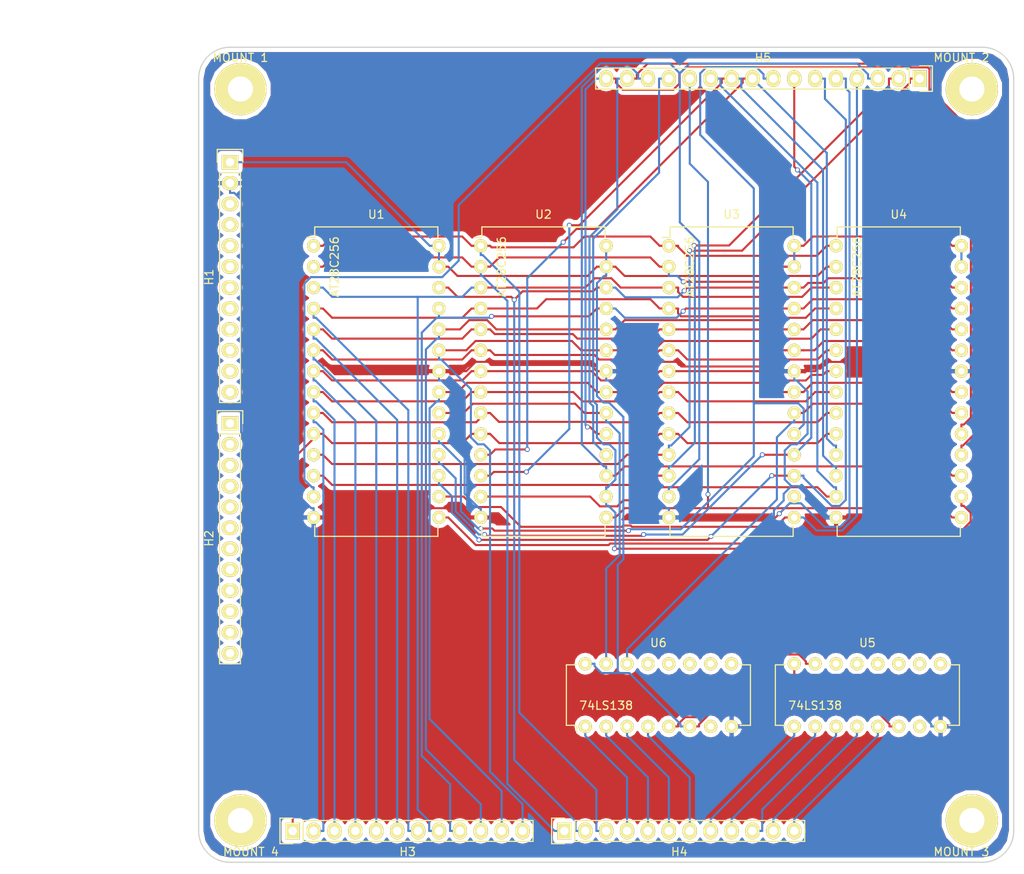
<source format=kicad_pcb>
(kicad_pcb (version 4) (host pcbnew 4.0.1-stable)
  (layers (0 F.Cu signal) (31 B.Cu signal) (34 B.Paste user) (35 F.Paste user) (36 B.SilkS user) (37 F.SilkS user) (38 B.Mask user) (39 F.Mask user) (44 Edge.Cuts user))
  (net 0 "")
  (net 1 VCC)
  (net 2 DATA7)
  (net 3 DATA6)
  (net 4 DATA5)
  (net 5 DATA4)
  (net 6 DATA3)
  (net 7 DATA2)
  (net 8 DATA1)
  (net 9 DATA0)
  (net 10 READ5)
  (net 11 READ4)
  (net 12 READ3)
  (net 13 READ2)
  (net 14 READ1)
  (net 15 READ0)
  (net 16 WRITE5)
  (net 17 WRITE4)
  (net 18 WRITE3)
  (net 19 WRITE2)
  (net 20 WRITE1)
  (net 21 WRITE0)
  (net 22 CLOCK)
  (net 23 RESET)
  (net 24 PO00)
  (net 25 PO01)
  (net 26 PO02)
  (net 27 PO03)
  (net 28 PO04)
  (net 29 PO05)
  (net 30 PO06)
  (net 31 PO07)
  (net 32 PO08)
  (net 33 PO09)
  (net 34 PO10)
  (net 35 PO11)
  (net 36 PO12)
  (net 37 PO13)
  (net 38 PO14)
  (net 39 PO15)
  (net 40 PO16)
  (net 41 PO17)
  (net 42 PO18)
  (net 43 PO19)
  (net 44 PO20)
  (net 45 PO21)
  (net 46 PO22)
  (net 47 PO23)
  (net 48 II00)
  (net 49 II01)
  (net 50 II02)
  (net 51 II03)
  (net 52 II04)
  (net 53 II05)
  (net 54 II06)
  (net 55 II07)
  (net 56 II08)
  (net 57 II09)
  (net 58 II10)
  (net 59 II11)
  (net 60 II12)
  (net 61 II13)
  (net 62 II14)
  (net 63 II15)
  (net 64 GND)
  (net 65 OE1)
  (net 66 OE0)
  (net 67 "Net-(U5-Pad7)")
  (net 68 "Net-(U5-Pad9)")
  (net 69 "Net-(U5-Pad10)")
  (net 70 "Net-(U5-Pad11)")
  (net 71 "Net-(U5-Pad12)")
  (net 72 "Net-(U5-Pad13)")
  (net 73 "Net-(U5-Pad14)")
  (net 74 "Net-(U5-Pad15)")
  (net 75 "Net-(U6-Pad7)")
  (net 76 "Net-(U6-Pad9)")
  (net 77 "Net-(U6-Pad10)")
  (net 78 "Net-(U6-Pad11)")
  (net 79 "Net-(U6-Pad12)")
  (net 80 "Net-(U6-Pad13)")
  (module Connect:1pin (layer F.Cu) (at 49.53 80.01)
    (fp_text reference "MOUNT 1" (at 0 -3.81) (layer F.SilkS))
    (fp_text value 1pin)
    (pad 1 thru_hole circle (at 0 0) (size 6.35 6.35) (drill 3.048) (layers *.Cu *.Mask F.SilkS))
  )
  (module Connect:1pin (layer F.Cu) (at 138.43 80.01)
    (fp_text reference "MOUNT 2" (at -1.27 -3.81) (layer F.SilkS))
    (fp_text value 1pin)
    (pad 1 thru_hole circle (at 0 0) (size 6.35 6.35) (drill 3.048) (layers *.Cu *.Mask F.SilkS))
  )
  (module Connect:1pin (layer F.Cu) (at 138.43 168.91)
    (fp_text reference "MOUNT 3" (at -1.27 3.81) (layer F.SilkS))
    (fp_text value 1pin)
    (pad 1 thru_hole circle (at 0 0) (size 6.35 6.35) (drill 3.048) (layers *.Cu *.Mask F.SilkS))
  )
  (module Connect:1pin (layer F.Cu) (at 49.53 168.91)
    (fp_text reference "MOUNT 4" (at 1.27 3.81) (layer F.SilkS))
    (fp_text value 1pin)
    (pad 1 thru_hole circle (at 0 0) (size 6.35 6.35) (drill 3.048) (layers *.Cu *.Mask F.SilkS))
  )
  (module Socket_Strips:Socket_Strip_Straight_1x12 (layer F.Cu) (at 48.26 88.9 270)
    (fp_text reference H1 (at 13.97 2.54 270) (layer F.SilkS))
    (fp_text value CONN_01X12)
    (pad 1 thru_hole rect (at 0 0 270) (size 1.7272 2.032) (drill 1.016) (layers *.Cu *.Mask F.SilkS) (net 1 VCC))
    (pad 2 thru_hole oval (at 2.54 0 270) (size 1.7272 2.032) (drill 1.016) (layers *.Cu *.Mask F.SilkS) (net 64 GND))
    (pad 3 thru_hole oval (at 5.08 0 270) (size 1.7272 2.032) (drill 1.016) (layers *.Cu *.Mask F.SilkS) (net 2 DATA7))
    (pad 4 thru_hole oval (at 7.62 0 270) (size 1.7272 2.032) (drill 1.016) (layers *.Cu *.Mask F.SilkS) (net 3 DATA6))
    (pad 5 thru_hole oval (at 10.16 0 270) (size 1.7272 2.032) (drill 1.016) (layers *.Cu *.Mask F.SilkS) (net 4 DATA5))
    (pad 6 thru_hole oval (at 12.7 0 270) (size 1.7272 2.032) (drill 1.016) (layers *.Cu *.Mask F.SilkS) (net 5 DATA4))
    (pad 7 thru_hole oval (at 15.24 0 270) (size 1.7272 2.032) (drill 1.016) (layers *.Cu *.Mask F.SilkS) (net 6 DATA3))
    (pad 8 thru_hole oval (at 17.78 0 270) (size 1.7272 2.032) (drill 1.016) (layers *.Cu *.Mask F.SilkS) (net 7 DATA2))
    (pad 9 thru_hole oval (at 20.32 0 270) (size 1.7272 2.032) (drill 1.016) (layers *.Cu *.Mask F.SilkS) (net 8 DATA1))
    (pad 10 thru_hole oval (at 22.86 0 270) (size 1.7272 2.032) (drill 1.016) (layers *.Cu *.Mask F.SilkS) (net 9 DATA0))
    (pad 11 thru_hole oval (at 25.4 0 270) (size 1.7272 2.032) (drill 1.016) (layers *.Cu *.Mask F.SilkS) (net 10 READ5))
    (pad 12 thru_hole oval (at 27.94 0 270) (size 1.7272 2.032) (drill 1.016) (layers *.Cu *.Mask F.SilkS) (net 11 READ4))
  )
  (module Socket_Strips:Socket_Strip_Straight_1x12 (layer F.Cu) (at 48.26 120.65 270)
    (fp_text reference H2 (at 13.97 2.54 270) (layer F.SilkS))
    (fp_text value CONN_01X12)
    (pad 1 thru_hole rect (at 0 0 270) (size 1.7272 2.032) (drill 1.016) (layers *.Cu *.Mask F.SilkS) (net 12 READ3))
    (pad 2 thru_hole oval (at 2.54 0 270) (size 1.7272 2.032) (drill 1.016) (layers *.Cu *.Mask F.SilkS) (net 13 READ2))
    (pad 3 thru_hole oval (at 5.08 0 270) (size 1.7272 2.032) (drill 1.016) (layers *.Cu *.Mask F.SilkS) (net 14 READ1))
    (pad 4 thru_hole oval (at 7.62 0 270) (size 1.7272 2.032) (drill 1.016) (layers *.Cu *.Mask F.SilkS) (net 15 READ0))
    (pad 5 thru_hole oval (at 10.16 0 270) (size 1.7272 2.032) (drill 1.016) (layers *.Cu *.Mask F.SilkS) (net 16 WRITE5))
    (pad 6 thru_hole oval (at 12.7 0 270) (size 1.7272 2.032) (drill 1.016) (layers *.Cu *.Mask F.SilkS) (net 17 WRITE4))
    (pad 7 thru_hole oval (at 15.24 0 270) (size 1.7272 2.032) (drill 1.016) (layers *.Cu *.Mask F.SilkS) (net 18 WRITE3))
    (pad 8 thru_hole oval (at 17.78 0 270) (size 1.7272 2.032) (drill 1.016) (layers *.Cu *.Mask F.SilkS) (net 19 WRITE2))
    (pad 9 thru_hole oval (at 20.32 0 270) (size 1.7272 2.032) (drill 1.016) (layers *.Cu *.Mask F.SilkS) (net 20 WRITE1))
    (pad 10 thru_hole oval (at 22.86 0 270) (size 1.7272 2.032) (drill 1.016) (layers *.Cu *.Mask F.SilkS) (net 21 WRITE0))
    (pad 11 thru_hole oval (at 25.4 0 270) (size 1.7272 2.032) (drill 1.016) (layers *.Cu *.Mask F.SilkS) (net 22 CLOCK))
    (pad 12 thru_hole oval (at 27.94 0 270) (size 1.7272 2.032) (drill 1.016) (layers *.Cu *.Mask F.SilkS) (net 23 RESET))
  )
  (module Socket_Strips:Socket_Strip_Straight_1x12 (layer F.Cu) (at 55.88 170.18)
    (fp_text reference H3 (at 13.97 2.54) (layer F.SilkS))
    (fp_text value CONN_01X12)
    (pad 1 thru_hole rect (at 0 0) (size 1.7272 2.032) (drill 1.016) (layers *.Cu *.Mask F.SilkS) (net 24 PO00))
    (pad 2 thru_hole oval (at 2.54 0) (size 1.7272 2.032) (drill 1.016) (layers *.Cu *.Mask F.SilkS) (net 25 PO01))
    (pad 3 thru_hole oval (at 5.08 0) (size 1.7272 2.032) (drill 1.016) (layers *.Cu *.Mask F.SilkS) (net 26 PO02))
    (pad 4 thru_hole oval (at 7.62 0) (size 1.7272 2.032) (drill 1.016) (layers *.Cu *.Mask F.SilkS) (net 27 PO03))
    (pad 5 thru_hole oval (at 10.16 0) (size 1.7272 2.032) (drill 1.016) (layers *.Cu *.Mask F.SilkS) (net 28 PO04))
    (pad 6 thru_hole oval (at 12.7 0) (size 1.7272 2.032) (drill 1.016) (layers *.Cu *.Mask F.SilkS) (net 29 PO05))
    (pad 7 thru_hole oval (at 15.24 0) (size 1.7272 2.032) (drill 1.016) (layers *.Cu *.Mask F.SilkS) (net 30 PO06))
    (pad 8 thru_hole oval (at 17.78 0) (size 1.7272 2.032) (drill 1.016) (layers *.Cu *.Mask F.SilkS) (net 31 PO07))
    (pad 9 thru_hole oval (at 20.32 0) (size 1.7272 2.032) (drill 1.016) (layers *.Cu *.Mask F.SilkS) (net 32 PO08))
    (pad 10 thru_hole oval (at 22.86 0) (size 1.7272 2.032) (drill 1.016) (layers *.Cu *.Mask F.SilkS) (net 33 PO09))
    (pad 11 thru_hole oval (at 25.4 0) (size 1.7272 2.032) (drill 1.016) (layers *.Cu *.Mask F.SilkS) (net 34 PO10))
    (pad 12 thru_hole oval (at 27.94 0) (size 1.7272 2.032) (drill 1.016) (layers *.Cu *.Mask F.SilkS) (net 35 PO11))
  )
  (module Socket_Strips:Socket_Strip_Straight_1x12 (layer F.Cu) (at 88.9 170.18)
    (fp_text reference H4 (at 13.97 2.54) (layer F.SilkS))
    (fp_text value CONN_01X12)
    (pad 1 thru_hole rect (at 0 0) (size 1.7272 2.032) (drill 1.016) (layers *.Cu *.Mask F.SilkS) (net 36 PO12))
    (pad 2 thru_hole oval (at 2.54 0) (size 1.7272 2.032) (drill 1.016) (layers *.Cu *.Mask F.SilkS) (net 37 PO13))
    (pad 3 thru_hole oval (at 5.08 0) (size 1.7272 2.032) (drill 1.016) (layers *.Cu *.Mask F.SilkS) (net 38 PO14))
    (pad 4 thru_hole oval (at 7.62 0) (size 1.7272 2.032) (drill 1.016) (layers *.Cu *.Mask F.SilkS) (net 39 PO15))
    (pad 5 thru_hole oval (at 10.16 0) (size 1.7272 2.032) (drill 1.016) (layers *.Cu *.Mask F.SilkS) (net 40 PO16))
    (pad 6 thru_hole oval (at 12.7 0) (size 1.7272 2.032) (drill 1.016) (layers *.Cu *.Mask F.SilkS) (net 41 PO17))
    (pad 7 thru_hole oval (at 15.24 0) (size 1.7272 2.032) (drill 1.016) (layers *.Cu *.Mask F.SilkS) (net 42 PO18))
    (pad 8 thru_hole oval (at 17.78 0) (size 1.7272 2.032) (drill 1.016) (layers *.Cu *.Mask F.SilkS) (net 43 PO19))
    (pad 9 thru_hole oval (at 20.32 0) (size 1.7272 2.032) (drill 1.016) (layers *.Cu *.Mask F.SilkS) (net 44 PO20))
    (pad 10 thru_hole oval (at 22.86 0) (size 1.7272 2.032) (drill 1.016) (layers *.Cu *.Mask F.SilkS) (net 45 PO21))
    (pad 11 thru_hole oval (at 25.4 0) (size 1.7272 2.032) (drill 1.016) (layers *.Cu *.Mask F.SilkS) (net 46 PO22))
    (pad 12 thru_hole oval (at 27.94 0) (size 1.7272 2.032) (drill 1.016) (layers *.Cu *.Mask F.SilkS) (net 47 PO23))
  )
  (module Socket_Strips:Socket_Strip_Straight_1x16 (layer F.Cu) (at 132.08 78.74 180)
    (fp_text reference H5 (at 19.05 2.54 180) (layer F.SilkS))
    (fp_text value CONN_01X16)
    (pad 1 thru_hole rect (at 0 0 180) (size 1.7272 2.032) (drill 1.016) (layers *.Cu *.Mask F.SilkS) (net 48 II00))
    (pad 2 thru_hole oval (at 2.54 0 180) (size 1.7272 2.032) (drill 1.016) (layers *.Cu *.Mask F.SilkS) (net 49 II01))
    (pad 3 thru_hole oval (at 5.08 0 180) (size 1.7272 2.032) (drill 1.016) (layers *.Cu *.Mask F.SilkS) (net 50 II02))
    (pad 4 thru_hole oval (at 7.62 0 180) (size 1.7272 2.032) (drill 1.016) (layers *.Cu *.Mask F.SilkS) (net 51 II03))
    (pad 5 thru_hole oval (at 10.16 0 180) (size 1.7272 2.032) (drill 1.016) (layers *.Cu *.Mask F.SilkS) (net 52 II04))
    (pad 6 thru_hole oval (at 12.7 0 180) (size 1.7272 2.032) (drill 1.016) (layers *.Cu *.Mask F.SilkS) (net 53 II05))
    (pad 7 thru_hole oval (at 15.24 0 180) (size 1.7272 2.032) (drill 1.016) (layers *.Cu *.Mask F.SilkS) (net 54 II06))
    (pad 8 thru_hole oval (at 17.78 0 180) (size 1.7272 2.032) (drill 1.016) (layers *.Cu *.Mask F.SilkS) (net 55 II07))
    (pad 9 thru_hole oval (at 20.32 0 180) (size 1.7272 2.032) (drill 1.016) (layers *.Cu *.Mask F.SilkS) (net 56 II08))
    (pad 10 thru_hole oval (at 22.86 0 180) (size 1.7272 2.032) (drill 1.016) (layers *.Cu *.Mask F.SilkS) (net 57 II09))
    (pad 11 thru_hole oval (at 25.4 0 180) (size 1.7272 2.032) (drill 1.016) (layers *.Cu *.Mask F.SilkS) (net 58 II10))
    (pad 12 thru_hole oval (at 27.94 0 180) (size 1.7272 2.032) (drill 1.016) (layers *.Cu *.Mask F.SilkS) (net 59 II11))
    (pad 13 thru_hole oval (at 30.48 0 180) (size 1.7272 2.032) (drill 1.016) (layers *.Cu *.Mask F.SilkS) (net 60 II12))
    (pad 14 thru_hole oval (at 33.02 0 180) (size 1.7272 2.032) (drill 1.016) (layers *.Cu *.Mask F.SilkS) (net 61 II13))
    (pad 15 thru_hole oval (at 35.56 0 180) (size 1.7272 2.032) (drill 1.016) (layers *.Cu *.Mask F.SilkS) (net 62 II14))
    (pad 16 thru_hole oval (at 38.1 0 180) (size 1.7272 2.032) (drill 1.016) (layers *.Cu *.Mask F.SilkS) (net 63 II15))
  )
  (module Housings_DIP:DIP-16_W7.62mm (layer F.Cu) (at 116.84 157.48 90)
    (fp_text reference U5 (at 10.16 8.89 180) (layer F.SilkS))
    (fp_text value 74LS138 (at 2.54 2.54 180) (layer F.SilkS))
    (pad 1 thru_hole oval (at 0 0 90) (size 1.6 1.6) (drill 0.8) (layers *.Cu *.Mask F.SilkS) (net 43 PO19))
    (pad 2 thru_hole oval (at 0 2.54 90) (size 1.6 1.6) (drill 0.8) (layers *.Cu *.Mask F.SilkS) (net 44 PO20))
    (pad 3 thru_hole oval (at 0 5.08 90) (size 1.6 1.6) (drill 0.8) (layers *.Cu *.Mask F.SilkS) (net 45 PO21))
    (pad 4 thru_hole oval (at 0 7.62 90) (size 1.6 1.6) (drill 0.8) (layers *.Cu *.Mask F.SilkS) (net 46 PO22))
    (pad 5 thru_hole oval (at 0 10.16 90) (size 1.6 1.6) (drill 0.8) (layers *.Cu *.Mask F.SilkS) (net 47 PO23))
    (pad 6 thru_hole oval (at 0 12.7 90) (size 1.6 1.6) (drill 0.8) (layers *.Cu *.Mask F.SilkS) (net 1 VCC))
    (pad 7 thru_hole oval (at 0 15.24 90) (size 1.6 1.6) (drill 0.8) (layers *.Cu *.Mask F.SilkS) (net 67 "Net-(U5-Pad7)"))
    (pad 8 thru_hole oval (at 0 17.78 90) (size 1.6 1.6) (drill 0.8) (layers *.Cu *.Mask F.SilkS) (net 64 GND))
    (pad 9 thru_hole oval (at 7.62 17.78 90) (size 1.6 1.6) (drill 0.8) (layers *.Cu *.Mask F.SilkS) (net 68 "Net-(U5-Pad9)"))
    (pad 10 thru_hole oval (at 7.62 15.24 90) (size 1.6 1.6) (drill 0.8) (layers *.Cu *.Mask F.SilkS) (net 69 "Net-(U5-Pad10)"))
    (pad 11 thru_hole oval (at 7.62 12.7 90) (size 1.6 1.6) (drill 0.8) (layers *.Cu *.Mask F.SilkS) (net 70 "Net-(U5-Pad11)"))
    (pad 12 thru_hole oval (at 7.62 10.16 90) (size 1.6 1.6) (drill 0.8) (layers *.Cu *.Mask F.SilkS) (net 71 "Net-(U5-Pad12)"))
    (pad 13 thru_hole oval (at 7.62 7.62 90) (size 1.6 1.6) (drill 0.8) (layers *.Cu *.Mask F.SilkS) (net 72 "Net-(U5-Pad13)"))
    (pad 14 thru_hole oval (at 7.62 5.08 90) (size 1.6 1.6) (drill 0.8) (layers *.Cu *.Mask F.SilkS) (net 73 "Net-(U5-Pad14)"))
    (pad 15 thru_hole oval (at 7.62 2.54 90) (size 1.6 1.6) (drill 0.8) (layers *.Cu *.Mask F.SilkS) (net 74 "Net-(U5-Pad15)"))
    (pad 16 thru_hole oval (at 7.62 0 90) (size 1.6 1.6) (drill 0.8) (layers *.Cu *.Mask F.SilkS) (net 1 VCC))
  )
  (module Housings_DIP:DIP-16_W7.62mm (layer F.Cu) (at 91.44 157.48 90)
    (fp_text reference U6 (at 10.16 8.89 180) (layer F.SilkS))
    (fp_text value 74LS138 (at 2.54 2.54 180) (layer F.SilkS))
    (pad 1 thru_hole oval (at 0 0 90) (size 1.6 1.6) (drill 0.8) (layers *.Cu *.Mask F.SilkS) (net 39 PO15))
    (pad 2 thru_hole oval (at 0 2.54 90) (size 1.6 1.6) (drill 0.8) (layers *.Cu *.Mask F.SilkS) (net 40 PO16))
    (pad 3 thru_hole oval (at 0 5.08 90) (size 1.6 1.6) (drill 0.8) (layers *.Cu *.Mask F.SilkS) (net 41 PO17))
    (pad 4 thru_hole oval (at 0 7.62 90) (size 1.6 1.6) (drill 0.8) (layers *.Cu *.Mask F.SilkS) (net 42 PO18))
    (pad 5 thru_hole oval (at 0 10.16 90) (size 1.6 1.6) (drill 0.8) (layers *.Cu *.Mask F.SilkS) (net 74 "Net-(U5-Pad15)"))
    (pad 6 thru_hole oval (at 0 12.7 90) (size 1.6 1.6) (drill 0.8) (layers *.Cu *.Mask F.SilkS) (net 1 VCC))
    (pad 7 thru_hole oval (at 0 15.24 90) (size 1.6 1.6) (drill 0.8) (layers *.Cu *.Mask F.SilkS) (net 75 "Net-(U6-Pad7)"))
    (pad 8 thru_hole oval (at 0 17.78 90) (size 1.6 1.6) (drill 0.8) (layers *.Cu *.Mask F.SilkS) (net 64 GND))
    (pad 9 thru_hole oval (at 7.62 17.78 90) (size 1.6 1.6) (drill 0.8) (layers *.Cu *.Mask F.SilkS) (net 76 "Net-(U6-Pad9)"))
    (pad 10 thru_hole oval (at 7.62 15.24 90) (size 1.6 1.6) (drill 0.8) (layers *.Cu *.Mask F.SilkS) (net 77 "Net-(U6-Pad10)"))
    (pad 11 thru_hole oval (at 7.62 12.7 90) (size 1.6 1.6) (drill 0.8) (layers *.Cu *.Mask F.SilkS) (net 78 "Net-(U6-Pad11)"))
    (pad 12 thru_hole oval (at 7.62 10.16 90) (size 1.6 1.6) (drill 0.8) (layers *.Cu *.Mask F.SilkS) (net 79 "Net-(U6-Pad12)"))
    (pad 13 thru_hole oval (at 7.62 7.62 90) (size 1.6 1.6) (drill 0.8) (layers *.Cu *.Mask F.SilkS) (net 80 "Net-(U6-Pad13)"))
    (pad 14 thru_hole oval (at 7.62 5.08 90) (size 1.6 1.6) (drill 0.8) (layers *.Cu *.Mask F.SilkS) (net 65 OE1))
    (pad 15 thru_hole oval (at 7.62 2.54 90) (size 1.6 1.6) (drill 0.8) (layers *.Cu *.Mask F.SilkS) (net 66 OE0))
    (pad 16 thru_hole oval (at 7.62 0 90) (size 1.6 1.6) (drill 0.8) (layers *.Cu *.Mask F.SilkS) (net 1 VCC))
  )
  (module Housings_DIP:DIP-28_W15.24mm (layer F.Cu) (at 58.42 99.06)
    (fp_text reference U1 (at 7.62 -3.81) (layer F.SilkS))
    (fp_text value AT28C256 (at 2.54 2.54 90) (layer F.SilkS))
    (pad 1 thru_hole oval (at 0 0) (size 1.6 1.6) (drill 0.8) (layers *.Cu *.Mask F.SilkS) (net 38 PO14))
    (pad 2 thru_hole oval (at 0 2.54) (size 1.6 1.6) (drill 0.8) (layers *.Cu *.Mask F.SilkS) (net 36 PO12))
    (pad 3 thru_hole oval (at 0 5.08) (size 1.6 1.6) (drill 0.8) (layers *.Cu *.Mask F.SilkS) (net 31 PO07))
    (pad 4 thru_hole oval (at 0 7.62) (size 1.6 1.6) (drill 0.8) (layers *.Cu *.Mask F.SilkS) (net 30 PO06))
    (pad 5 thru_hole oval (at 0 10.16) (size 1.6 1.6) (drill 0.8) (layers *.Cu *.Mask F.SilkS) (net 29 PO05))
    (pad 6 thru_hole oval (at 0 12.7) (size 1.6 1.6) (drill 0.8) (layers *.Cu *.Mask F.SilkS) (net 28 PO04))
    (pad 7 thru_hole oval (at 0 15.24) (size 1.6 1.6) (drill 0.8) (layers *.Cu *.Mask F.SilkS) (net 27 PO03))
    (pad 8 thru_hole oval (at 0 17.78) (size 1.6 1.6) (drill 0.8) (layers *.Cu *.Mask F.SilkS) (net 26 PO02))
    (pad 9 thru_hole oval (at 0 20.32) (size 1.6 1.6) (drill 0.8) (layers *.Cu *.Mask F.SilkS) (net 25 PO01))
    (pad 10 thru_hole oval (at 0 22.86) (size 1.6 1.6) (drill 0.8) (layers *.Cu *.Mask F.SilkS) (net 24 PO00))
    (pad 11 thru_hole oval (at 0 25.4) (size 1.6 1.6) (drill 0.8) (layers *.Cu *.Mask F.SilkS) (net 48 II00))
    (pad 12 thru_hole oval (at 0 27.94) (size 1.6 1.6) (drill 0.8) (layers *.Cu *.Mask F.SilkS) (net 49 II01))
    (pad 13 thru_hole oval (at 0 30.48) (size 1.6 1.6) (drill 0.8) (layers *.Cu *.Mask F.SilkS) (net 50 II02))
    (pad 14 thru_hole oval (at 0 33.02) (size 1.6 1.6) (drill 0.8) (layers *.Cu *.Mask F.SilkS) (net 64 GND))
    (pad 15 thru_hole oval (at 15.24 33.02) (size 1.6 1.6) (drill 0.8) (layers *.Cu *.Mask F.SilkS) (net 51 II03))
    (pad 16 thru_hole oval (at 15.24 30.48) (size 1.6 1.6) (drill 0.8) (layers *.Cu *.Mask F.SilkS) (net 52 II04))
    (pad 17 thru_hole oval (at 15.24 27.94) (size 1.6 1.6) (drill 0.8) (layers *.Cu *.Mask F.SilkS) (net 53 II05))
    (pad 18 thru_hole oval (at 15.24 25.4) (size 1.6 1.6) (drill 0.8) (layers *.Cu *.Mask F.SilkS) (net 54 II06))
    (pad 19 thru_hole oval (at 15.24 22.86) (size 1.6 1.6) (drill 0.8) (layers *.Cu *.Mask F.SilkS) (net 55 II07))
    (pad 20 thru_hole oval (at 15.24 20.32) (size 1.6 1.6) (drill 0.8) (layers *.Cu *.Mask F.SilkS) (net 66 OE0))
    (pad 21 thru_hole oval (at 15.24 17.78) (size 1.6 1.6) (drill 0.8) (layers *.Cu *.Mask F.SilkS) (net 34 PO10))
    (pad 22 thru_hole oval (at 15.24 15.24) (size 1.6 1.6) (drill 0.8) (layers *.Cu *.Mask F.SilkS) (net 64 GND))
    (pad 23 thru_hole oval (at 15.24 12.7) (size 1.6 1.6) (drill 0.8) (layers *.Cu *.Mask F.SilkS) (net 35 PO11))
    (pad 24 thru_hole oval (at 15.24 10.16) (size 1.6 1.6) (drill 0.8) (layers *.Cu *.Mask F.SilkS) (net 33 PO09))
    (pad 25 thru_hole oval (at 15.24 7.62) (size 1.6 1.6) (drill 0.8) (layers *.Cu *.Mask F.SilkS) (net 32 PO08))
    (pad 26 thru_hole oval (at 15.24 5.08) (size 1.6 1.6) (drill 0.8) (layers *.Cu *.Mask F.SilkS) (net 37 PO13))
    (pad 27 thru_hole oval (at 15.24 2.54) (size 1.6 1.6) (drill 0.8) (layers *.Cu *.Mask F.SilkS) (net 1 VCC))
    (pad 28 thru_hole oval (at 15.24 0) (size 1.6 1.6) (drill 0.8) (layers *.Cu *.Mask F.SilkS) (net 1 VCC))
  )
  (module Housings_DIP:DIP-28_W15.24mm (layer F.Cu) (at 78.74 99.06)
    (fp_text reference U2 (at 7.62 -3.81) (layer F.SilkS))
    (fp_text value AT28C256 (at 2.54 2.54 90) (layer F.SilkS))
    (pad 1 thru_hole oval (at 0 0) (size 1.6 1.6) (drill 0.8) (layers *.Cu *.Mask F.SilkS) (net 38 PO14))
    (pad 2 thru_hole oval (at 0 2.54) (size 1.6 1.6) (drill 0.8) (layers *.Cu *.Mask F.SilkS) (net 36 PO12))
    (pad 3 thru_hole oval (at 0 5.08) (size 1.6 1.6) (drill 0.8) (layers *.Cu *.Mask F.SilkS) (net 31 PO07))
    (pad 4 thru_hole oval (at 0 7.62) (size 1.6 1.6) (drill 0.8) (layers *.Cu *.Mask F.SilkS) (net 30 PO06))
    (pad 5 thru_hole oval (at 0 10.16) (size 1.6 1.6) (drill 0.8) (layers *.Cu *.Mask F.SilkS) (net 29 PO05))
    (pad 6 thru_hole oval (at 0 12.7) (size 1.6 1.6) (drill 0.8) (layers *.Cu *.Mask F.SilkS) (net 28 PO04))
    (pad 7 thru_hole oval (at 0 15.24) (size 1.6 1.6) (drill 0.8) (layers *.Cu *.Mask F.SilkS) (net 27 PO03))
    (pad 8 thru_hole oval (at 0 17.78) (size 1.6 1.6) (drill 0.8) (layers *.Cu *.Mask F.SilkS) (net 26 PO02))
    (pad 9 thru_hole oval (at 0 20.32) (size 1.6 1.6) (drill 0.8) (layers *.Cu *.Mask F.SilkS) (net 25 PO01))
    (pad 10 thru_hole oval (at 0 22.86) (size 1.6 1.6) (drill 0.8) (layers *.Cu *.Mask F.SilkS) (net 24 PO00))
    (pad 11 thru_hole oval (at 0 25.4) (size 1.6 1.6) (drill 0.8) (layers *.Cu *.Mask F.SilkS) (net 56 II08))
    (pad 12 thru_hole oval (at 0 27.94) (size 1.6 1.6) (drill 0.8) (layers *.Cu *.Mask F.SilkS) (net 57 II09))
    (pad 13 thru_hole oval (at 0 30.48) (size 1.6 1.6) (drill 0.8) (layers *.Cu *.Mask F.SilkS) (net 58 II10))
    (pad 14 thru_hole oval (at 0 33.02) (size 1.6 1.6) (drill 0.8) (layers *.Cu *.Mask F.SilkS) (net 64 GND))
    (pad 15 thru_hole oval (at 15.24 33.02) (size 1.6 1.6) (drill 0.8) (layers *.Cu *.Mask F.SilkS) (net 59 II11))
    (pad 16 thru_hole oval (at 15.24 30.48) (size 1.6 1.6) (drill 0.8) (layers *.Cu *.Mask F.SilkS) (net 60 II12))
    (pad 17 thru_hole oval (at 15.24 27.94) (size 1.6 1.6) (drill 0.8) (layers *.Cu *.Mask F.SilkS) (net 61 II13))
    (pad 18 thru_hole oval (at 15.24 25.4) (size 1.6 1.6) (drill 0.8) (layers *.Cu *.Mask F.SilkS) (net 62 II14))
    (pad 19 thru_hole oval (at 15.24 22.86) (size 1.6 1.6) (drill 0.8) (layers *.Cu *.Mask F.SilkS) (net 63 II15))
    (pad 20 thru_hole oval (at 15.24 20.32) (size 1.6 1.6) (drill 0.8) (layers *.Cu *.Mask F.SilkS) (net 66 OE0))
    (pad 21 thru_hole oval (at 15.24 17.78) (size 1.6 1.6) (drill 0.8) (layers *.Cu *.Mask F.SilkS) (net 34 PO10))
    (pad 22 thru_hole oval (at 15.24 15.24) (size 1.6 1.6) (drill 0.8) (layers *.Cu *.Mask F.SilkS) (net 64 GND))
    (pad 23 thru_hole oval (at 15.24 12.7) (size 1.6 1.6) (drill 0.8) (layers *.Cu *.Mask F.SilkS) (net 35 PO11))
    (pad 24 thru_hole oval (at 15.24 10.16) (size 1.6 1.6) (drill 0.8) (layers *.Cu *.Mask F.SilkS) (net 33 PO09))
    (pad 25 thru_hole oval (at 15.24 7.62) (size 1.6 1.6) (drill 0.8) (layers *.Cu *.Mask F.SilkS) (net 32 PO08))
    (pad 26 thru_hole oval (at 15.24 5.08) (size 1.6 1.6) (drill 0.8) (layers *.Cu *.Mask F.SilkS) (net 37 PO13))
    (pad 27 thru_hole oval (at 15.24 2.54) (size 1.6 1.6) (drill 0.8) (layers *.Cu *.Mask F.SilkS) (net 1 VCC))
    (pad 28 thru_hole oval (at 15.24 0) (size 1.6 1.6) (drill 0.8) (layers *.Cu *.Mask F.SilkS) (net 1 VCC))
  )
  (module Housings_DIP:DIP-28_W15.24mm (layer F.Cu) (at 101.6 99.06)
    (fp_text reference U3 (at 7.62 -3.81) (layer F.SilkS))
    (fp_text value AT28C256 (at 2.54 2.54 90) (layer F.SilkS))
    (pad 1 thru_hole oval (at 0 0) (size 1.6 1.6) (drill 0.8) (layers *.Cu *.Mask F.SilkS) (net 38 PO14))
    (pad 2 thru_hole oval (at 0 2.54) (size 1.6 1.6) (drill 0.8) (layers *.Cu *.Mask F.SilkS) (net 36 PO12))
    (pad 3 thru_hole oval (at 0 5.08) (size 1.6 1.6) (drill 0.8) (layers *.Cu *.Mask F.SilkS) (net 31 PO07))
    (pad 4 thru_hole oval (at 0 7.62) (size 1.6 1.6) (drill 0.8) (layers *.Cu *.Mask F.SilkS) (net 30 PO06))
    (pad 5 thru_hole oval (at 0 10.16) (size 1.6 1.6) (drill 0.8) (layers *.Cu *.Mask F.SilkS) (net 29 PO05))
    (pad 6 thru_hole oval (at 0 12.7) (size 1.6 1.6) (drill 0.8) (layers *.Cu *.Mask F.SilkS) (net 28 PO04))
    (pad 7 thru_hole oval (at 0 15.24) (size 1.6 1.6) (drill 0.8) (layers *.Cu *.Mask F.SilkS) (net 27 PO03))
    (pad 8 thru_hole oval (at 0 17.78) (size 1.6 1.6) (drill 0.8) (layers *.Cu *.Mask F.SilkS) (net 26 PO02))
    (pad 9 thru_hole oval (at 0 20.32) (size 1.6 1.6) (drill 0.8) (layers *.Cu *.Mask F.SilkS) (net 25 PO01))
    (pad 10 thru_hole oval (at 0 22.86) (size 1.6 1.6) (drill 0.8) (layers *.Cu *.Mask F.SilkS) (net 24 PO00))
    (pad 11 thru_hole oval (at 0 25.4) (size 1.6 1.6) (drill 0.8) (layers *.Cu *.Mask F.SilkS) (net 48 II00))
    (pad 12 thru_hole oval (at 0 27.94) (size 1.6 1.6) (drill 0.8) (layers *.Cu *.Mask F.SilkS) (net 49 II01))
    (pad 13 thru_hole oval (at 0 30.48) (size 1.6 1.6) (drill 0.8) (layers *.Cu *.Mask F.SilkS) (net 50 II02))
    (pad 14 thru_hole oval (at 0 33.02) (size 1.6 1.6) (drill 0.8) (layers *.Cu *.Mask F.SilkS) (net 64 GND))
    (pad 15 thru_hole oval (at 15.24 33.02) (size 1.6 1.6) (drill 0.8) (layers *.Cu *.Mask F.SilkS) (net 51 II03))
    (pad 16 thru_hole oval (at 15.24 30.48) (size 1.6 1.6) (drill 0.8) (layers *.Cu *.Mask F.SilkS) (net 52 II04))
    (pad 17 thru_hole oval (at 15.24 27.94) (size 1.6 1.6) (drill 0.8) (layers *.Cu *.Mask F.SilkS) (net 53 II05))
    (pad 18 thru_hole oval (at 15.24 25.4) (size 1.6 1.6) (drill 0.8) (layers *.Cu *.Mask F.SilkS) (net 54 II06))
    (pad 19 thru_hole oval (at 15.24 22.86) (size 1.6 1.6) (drill 0.8) (layers *.Cu *.Mask F.SilkS) (net 55 II07))
    (pad 20 thru_hole oval (at 15.24 20.32) (size 1.6 1.6) (drill 0.8) (layers *.Cu *.Mask F.SilkS) (net 65 OE1))
    (pad 21 thru_hole oval (at 15.24 17.78) (size 1.6 1.6) (drill 0.8) (layers *.Cu *.Mask F.SilkS) (net 34 PO10))
    (pad 22 thru_hole oval (at 15.24 15.24) (size 1.6 1.6) (drill 0.8) (layers *.Cu *.Mask F.SilkS) (net 64 GND))
    (pad 23 thru_hole oval (at 15.24 12.7) (size 1.6 1.6) (drill 0.8) (layers *.Cu *.Mask F.SilkS) (net 35 PO11))
    (pad 24 thru_hole oval (at 15.24 10.16) (size 1.6 1.6) (drill 0.8) (layers *.Cu *.Mask F.SilkS) (net 33 PO09))
    (pad 25 thru_hole oval (at 15.24 7.62) (size 1.6 1.6) (drill 0.8) (layers *.Cu *.Mask F.SilkS) (net 32 PO08))
    (pad 26 thru_hole oval (at 15.24 5.08) (size 1.6 1.6) (drill 0.8) (layers *.Cu *.Mask F.SilkS) (net 37 PO13))
    (pad 27 thru_hole oval (at 15.24 2.54) (size 1.6 1.6) (drill 0.8) (layers *.Cu *.Mask F.SilkS) (net 1 VCC))
    (pad 28 thru_hole oval (at 15.24 0) (size 1.6 1.6) (drill 0.8) (layers *.Cu *.Mask F.SilkS) (net 1 VCC))
  )
  (module Housings_DIP:DIP-28_W15.24mm (layer F.Cu) (at 121.92 99.06)
    (fp_text reference U4 (at 7.62 -3.81) (layer F.SilkS))
    (fp_text value AT28C256 (at 2.54 2.54 90) (layer F.SilkS))
    (pad 1 thru_hole oval (at 0 0) (size 1.6 1.6) (drill 0.8) (layers *.Cu *.Mask F.SilkS) (net 38 PO14))
    (pad 2 thru_hole oval (at 0 2.54) (size 1.6 1.6) (drill 0.8) (layers *.Cu *.Mask F.SilkS) (net 36 PO12))
    (pad 3 thru_hole oval (at 0 5.08) (size 1.6 1.6) (drill 0.8) (layers *.Cu *.Mask F.SilkS) (net 31 PO07))
    (pad 4 thru_hole oval (at 0 7.62) (size 1.6 1.6) (drill 0.8) (layers *.Cu *.Mask F.SilkS) (net 30 PO06))
    (pad 5 thru_hole oval (at 0 10.16) (size 1.6 1.6) (drill 0.8) (layers *.Cu *.Mask F.SilkS) (net 29 PO05))
    (pad 6 thru_hole oval (at 0 12.7) (size 1.6 1.6) (drill 0.8) (layers *.Cu *.Mask F.SilkS) (net 28 PO04))
    (pad 7 thru_hole oval (at 0 15.24) (size 1.6 1.6) (drill 0.8) (layers *.Cu *.Mask F.SilkS) (net 27 PO03))
    (pad 8 thru_hole oval (at 0 17.78) (size 1.6 1.6) (drill 0.8) (layers *.Cu *.Mask F.SilkS) (net 26 PO02))
    (pad 9 thru_hole oval (at 0 20.32) (size 1.6 1.6) (drill 0.8) (layers *.Cu *.Mask F.SilkS) (net 25 PO01))
    (pad 10 thru_hole oval (at 0 22.86) (size 1.6 1.6) (drill 0.8) (layers *.Cu *.Mask F.SilkS) (net 24 PO00))
    (pad 11 thru_hole oval (at 0 25.4) (size 1.6 1.6) (drill 0.8) (layers *.Cu *.Mask F.SilkS) (net 56 II08))
    (pad 12 thru_hole oval (at 0 27.94) (size 1.6 1.6) (drill 0.8) (layers *.Cu *.Mask F.SilkS) (net 57 II09))
    (pad 13 thru_hole oval (at 0 30.48) (size 1.6 1.6) (drill 0.8) (layers *.Cu *.Mask F.SilkS) (net 58 II10))
    (pad 14 thru_hole oval (at 0 33.02) (size 1.6 1.6) (drill 0.8) (layers *.Cu *.Mask F.SilkS) (net 64 GND))
    (pad 15 thru_hole oval (at 15.24 33.02) (size 1.6 1.6) (drill 0.8) (layers *.Cu *.Mask F.SilkS) (net 59 II11))
    (pad 16 thru_hole oval (at 15.24 30.48) (size 1.6 1.6) (drill 0.8) (layers *.Cu *.Mask F.SilkS) (net 60 II12))
    (pad 17 thru_hole oval (at 15.24 27.94) (size 1.6 1.6) (drill 0.8) (layers *.Cu *.Mask F.SilkS) (net 61 II13))
    (pad 18 thru_hole oval (at 15.24 25.4) (size 1.6 1.6) (drill 0.8) (layers *.Cu *.Mask F.SilkS) (net 62 II14))
    (pad 19 thru_hole oval (at 15.24 22.86) (size 1.6 1.6) (drill 0.8) (layers *.Cu *.Mask F.SilkS) (net 63 II15))
    (pad 20 thru_hole oval (at 15.24 20.32) (size 1.6 1.6) (drill 0.8) (layers *.Cu *.Mask F.SilkS) (net 65 OE1))
    (pad 21 thru_hole oval (at 15.24 17.78) (size 1.6 1.6) (drill 0.8) (layers *.Cu *.Mask F.SilkS) (net 34 PO10))
    (pad 22 thru_hole oval (at 15.24 15.24) (size 1.6 1.6) (drill 0.8) (layers *.Cu *.Mask F.SilkS) (net 64 GND))
    (pad 23 thru_hole oval (at 15.24 12.7) (size 1.6 1.6) (drill 0.8) (layers *.Cu *.Mask F.SilkS) (net 35 PO11))
    (pad 24 thru_hole oval (at 15.24 10.16) (size 1.6 1.6) (drill 0.8) (layers *.Cu *.Mask F.SilkS) (net 33 PO09))
    (pad 25 thru_hole oval (at 15.24 7.62) (size 1.6 1.6) (drill 0.8) (layers *.Cu *.Mask F.SilkS) (net 32 PO08))
    (pad 26 thru_hole oval (at 15.24 5.08) (size 1.6 1.6) (drill 0.8) (layers *.Cu *.Mask F.SilkS) (net 37 PO13))
    (pad 27 thru_hole oval (at 15.24 2.54) (size 1.6 1.6) (drill 0.8) (layers *.Cu *.Mask F.SilkS) (net 1 VCC))
    (pad 28 thru_hole oval (at 15.24 0) (size 1.6 1.6) (drill 0.8) (layers *.Cu *.Mask F.SilkS) (net 1 VCC))
  )
  (gr_line (start 139.7 74.93) (end 48.26 74.93) (angle 90) (layer Edge.Cuts) (width 0.15))
  (gr_line (start 143.51 170.18) (end 143.51 78.74) (angle 90) (layer Edge.Cuts) (width 0.15))
  (gr_line (start 48.26 173.99) (end 139.7 173.99) (angle 90) (layer Edge.Cuts) (width 0.15))
  (gr_arc (start 139.7 170.18) (end 143.51 170.18) (angle 90) (layer Edge.Cuts) (width 0.15))
  (gr_arc (start 139.7 78.74) (end 139.7 74.93) (angle 90) (layer Edge.Cuts) (width 0.15))
  (gr_arc (start 48.26 170.18) (end 48.26 173.99) (angle 90) (layer Edge.Cuts) (width 0.15))
  (gr_arc (start 48.26 78.74) (end 44.45 78.74) (angle 90) (layer Edge.Cuts) (width 0.15))
  (gr_line (start 44.45 170.18) (end 44.45 78.74) (angle 90) (layer Edge.Cuts) (width 0.15))
  (segment (start 134.9094 97.9347) (end 136.0347 99.06) (width 0.25) (layer F.Cu) (net 1))
  (segment (start 119.0906 97.9347) (end 134.9094 97.9347) (width 0.25) (layer F.Cu) (net 1))
  (segment (start 117.9653 99.06) (end 119.0906 97.9347) (width 0.25) (layer F.Cu) (net 1))
  (segment (start 116.84 99.06) (end 117.9653 99.06) (width 0.25) (layer F.Cu) (net 1))
  (segment (start 137.16 99.06) (end 136.0347 99.06) (width 0.25) (layer F.Cu) (net 1))
  (segment (start 91.7294 102.7253) (end 92.8547 101.6) (width 0.25) (layer F.Cu) (net 1))
  (segment (start 75.9106 102.7253) (end 91.7294 102.7253) (width 0.25) (layer F.Cu) (net 1))
  (segment (start 74.7853 101.6) (end 75.9106 102.7253) (width 0.25) (layer F.Cu) (net 1))
  (segment (start 93.98 101.6) (end 92.8547 101.6) (width 0.25) (layer F.Cu) (net 1))
  (segment (start 116.84 101.6) (end 115.7147 101.6) (width 0.25) (layer F.Cu) (net 1))
  (segment (start 93.98 101.6) (end 95.1053 101.6) (width 0.25) (layer F.Cu) (net 1))
  (segment (start 73.66 101.6) (end 74.7853 101.6) (width 0.25) (layer F.Cu) (net 1))
  (segment (start 96.2355 102.7302) (end 95.1053 101.6) (width 0.25) (layer F.Cu) (net 1))
  (segment (start 113.9477 102.7302) (end 96.2355 102.7302) (width 0.25) (layer F.Cu) (net 1))
  (segment (start 115.0779 101.6) (end 113.9477 102.7302) (width 0.25) (layer F.Cu) (net 1))
  (segment (start 115.7147 101.6) (end 115.0779 101.6) (width 0.25) (layer F.Cu) (net 1))
  (segment (start 137.16 99.06) (end 137.16 101.6) (width 0.25) (layer B.Cu) (net 1))
  (segment (start 73.66 99.06) (end 73.66 101.6) (width 0.25) (layer B.Cu) (net 1))
  (segment (start 62.3747 88.9) (end 48.26 88.9) (width 0.25) (layer B.Cu) (net 1))
  (segment (start 72.5347 99.06) (end 62.3747 88.9) (width 0.25) (layer B.Cu) (net 1))
  (segment (start 73.66 99.06) (end 72.5347 99.06) (width 0.25) (layer B.Cu) (net 1))
  (segment (start 104.14 157.48) (end 103.0147 157.48) (width 0.25) (layer B.Cu) (net 1))
  (segment (start 91.44 149.86) (end 92.5653 149.86) (width 0.25) (layer B.Cu) (net 1))
  (segment (start 116.84 99.06) (end 116.84 101.6) (width 0.25) (layer B.Cu) (net 1))
  (segment (start 93.98 99.06) (end 93.98 101.6) (width 0.25) (layer B.Cu) (net 1))
  (segment (start 93.98 101.6) (end 93.98 102.7253) (width 0.25) (layer B.Cu) (net 1))
  (segment (start 96.8014 150.9853) (end 95.3891 150.9853) (width 0.25) (layer B.Cu) (net 1))
  (segment (start 103.0147 157.1986) (end 96.8014 150.9853) (width 0.25) (layer B.Cu) (net 1))
  (segment (start 103.0147 157.48) (end 103.0147 157.1986) (width 0.25) (layer B.Cu) (net 1))
  (segment (start 92.5653 150.1414) (end 92.5653 149.86) (width 0.25) (layer B.Cu) (net 1))
  (segment (start 93.4092 150.9853) (end 92.5653 150.1414) (width 0.25) (layer B.Cu) (net 1))
  (segment (start 95.3891 150.9853) (end 93.4092 150.9853) (width 0.25) (layer B.Cu) (net 1))
  (segment (start 129.54 157.48) (end 128.4147 157.48) (width 0.25) (layer F.Cu) (net 1))
  (segment (start 116.84 149.86) (end 116.84 150.9853) (width 0.25) (layer F.Cu) (net 1))
  (segment (start 104.14 157.48) (end 105.2653 157.48) (width 0.25) (layer F.Cu) (net 1))
  (segment (start 116.84 150.9853) (end 116.84 151.4062) (width 0.25) (layer F.Cu) (net 1))
  (segment (start 111.0892 151.4062) (end 116.84 151.4062) (width 0.25) (layer F.Cu) (net 1))
  (segment (start 105.2653 157.2301) (end 111.0892 151.4062) (width 0.25) (layer F.Cu) (net 1))
  (segment (start 105.2653 157.48) (end 105.2653 157.2301) (width 0.25) (layer F.Cu) (net 1))
  (segment (start 128.4147 157.1986) (end 128.4147 157.48) (width 0.25) (layer F.Cu) (net 1))
  (segment (start 122.6223 151.4062) (end 128.4147 157.1986) (width 0.25) (layer F.Cu) (net 1))
  (segment (start 116.84 151.4062) (end 122.6223 151.4062) (width 0.25) (layer F.Cu) (net 1))
  (segment (start 93.7306 102.7253) (end 93.98 102.7253) (width 0.25) (layer B.Cu) (net 1))
  (segment (start 92.8547 103.6012) (end 93.7306 102.7253) (width 0.25) (layer B.Cu) (net 1))
  (segment (start 92.8547 117.3123) (end 92.8547 103.6012) (width 0.25) (layer B.Cu) (net 1))
  (segment (start 93.6524 118.11) (end 92.8547 117.3123) (width 0.25) (layer B.Cu) (net 1))
  (segment (start 94.3147 118.11) (end 93.6524 118.11) (width 0.25) (layer B.Cu) (net 1))
  (segment (start 96.0697 119.865) (end 94.3147 118.11) (width 0.25) (layer B.Cu) (net 1))
  (segment (start 96.0697 137.1617) (end 96.0697 119.865) (width 0.25) (layer B.Cu) (net 1))
  (segment (start 95.3891 137.8423) (end 96.0697 137.1617) (width 0.25) (layer B.Cu) (net 1))
  (segment (start 95.3891 150.9853) (end 95.3891 137.8423) (width 0.25) (layer B.Cu) (net 1))
  (segment (start 58.42 121.92) (end 58.9827 121.92) (width 0.25) (layer F.Cu) (net 24))
  (segment (start 58.9827 121.92) (end 59.5453 121.92) (width 0.25) (layer F.Cu) (net 24))
  (segment (start 55.88 125.0227) (end 55.88 170.18) (width 0.25) (layer F.Cu) (net 24))
  (segment (start 58.9827 121.92) (end 55.88 125.0227) (width 0.25) (layer F.Cu) (net 24))
  (segment (start 99.3494 123.0453) (end 100.4747 121.92) (width 0.25) (layer F.Cu) (net 24))
  (segment (start 80.9906 123.0453) (end 99.3494 123.0453) (width 0.25) (layer F.Cu) (net 24))
  (segment (start 79.8653 121.92) (end 80.9906 123.0453) (width 0.25) (layer F.Cu) (net 24))
  (segment (start 60.6706 123.0453) (end 59.5453 121.92) (width 0.25) (layer F.Cu) (net 24))
  (segment (start 76.4894 123.0453) (end 60.6706 123.0453) (width 0.25) (layer F.Cu) (net 24))
  (segment (start 77.6147 121.92) (end 76.4894 123.0453) (width 0.25) (layer F.Cu) (net 24))
  (segment (start 78.74 121.92) (end 77.6147 121.92) (width 0.25) (layer F.Cu) (net 24))
  (segment (start 78.74 121.92) (end 79.8653 121.92) (width 0.25) (layer F.Cu) (net 24))
  (segment (start 101.6 121.92) (end 100.4747 121.92) (width 0.25) (layer F.Cu) (net 24))
  (segment (start 103.8506 123.0453) (end 102.7253 121.92) (width 0.25) (layer F.Cu) (net 24))
  (segment (start 119.6694 123.0453) (end 103.8506 123.0453) (width 0.25) (layer F.Cu) (net 24))
  (segment (start 120.7947 121.92) (end 119.6694 123.0453) (width 0.25) (layer F.Cu) (net 24))
  (segment (start 121.92 121.92) (end 120.7947 121.92) (width 0.25) (layer F.Cu) (net 24))
  (segment (start 101.6 121.92) (end 102.7253 121.92) (width 0.25) (layer F.Cu) (net 24))
  (segment (start 101.6 119.38) (end 100.4747 119.38) (width 0.25) (layer F.Cu) (net 25))
  (segment (start 78.74 119.38) (end 79.3027 119.38) (width 0.25) (layer F.Cu) (net 25))
  (segment (start 79.3027 119.38) (end 79.8653 119.38) (width 0.25) (layer F.Cu) (net 25))
  (segment (start 60.6706 120.5053) (end 59.5453 119.38) (width 0.25) (layer F.Cu) (net 25))
  (segment (start 78.1774 120.5053) (end 60.6706 120.5053) (width 0.25) (layer F.Cu) (net 25))
  (segment (start 79.3027 119.38) (end 78.1774 120.5053) (width 0.25) (layer F.Cu) (net 25))
  (segment (start 58.42 119.38) (end 59.5453 119.38) (width 0.25) (layer F.Cu) (net 25))
  (segment (start 59.6089 121.4129) (end 59.6089 170.18) (width 0.25) (layer B.Cu) (net 25))
  (segment (start 58.7013 120.5053) (end 59.6089 121.4129) (width 0.25) (layer B.Cu) (net 25))
  (segment (start 58.42 120.5053) (end 58.7013 120.5053) (width 0.25) (layer B.Cu) (net 25))
  (segment (start 58.42 119.38) (end 58.42 120.5053) (width 0.25) (layer B.Cu) (net 25))
  (segment (start 58.42 170.18) (end 59.6089 170.18) (width 0.25) (layer B.Cu) (net 25))
  (segment (start 103.8506 120.5053) (end 102.7253 119.38) (width 0.25) (layer F.Cu) (net 25))
  (segment (start 119.6694 120.5053) (end 103.8506 120.5053) (width 0.25) (layer F.Cu) (net 25))
  (segment (start 120.7947 119.38) (end 119.6694 120.5053) (width 0.25) (layer F.Cu) (net 25))
  (segment (start 121.92 119.38) (end 120.7947 119.38) (width 0.25) (layer F.Cu) (net 25))
  (segment (start 101.6 119.38) (end 102.7253 119.38) (width 0.25) (layer F.Cu) (net 25))
  (segment (start 80.9446 120.4593) (end 79.8653 119.38) (width 0.25) (layer F.Cu) (net 25))
  (segment (start 91.9691 120.4593) (end 80.9446 120.4593) (width 0.25) (layer F.Cu) (net 25))
  (segment (start 92.0151 120.5053) (end 91.9691 120.4593) (width 0.25) (layer F.Cu) (net 25))
  (segment (start 99.3494 120.5053) (end 92.0151 120.5053) (width 0.25) (layer F.Cu) (net 25))
  (segment (start 100.4747 119.38) (end 99.3494 120.5053) (width 0.25) (layer F.Cu) (net 25))
  (segment (start 58.7013 117.9653) (end 58.42 117.9653) (width 0.25) (layer B.Cu) (net 26))
  (segment (start 60.96 120.224) (end 58.7013 117.9653) (width 0.25) (layer B.Cu) (net 26))
  (segment (start 60.96 170.18) (end 60.96 120.224) (width 0.25) (layer B.Cu) (net 26))
  (segment (start 58.42 116.84) (end 58.42 117.9653) (width 0.25) (layer B.Cu) (net 26))
  (segment (start 58.42 116.84) (end 59.5453 116.84) (width 0.25) (layer F.Cu) (net 26))
  (segment (start 60.6706 117.9653) (end 59.5453 116.84) (width 0.25) (layer F.Cu) (net 26))
  (segment (start 76.4894 117.9653) (end 60.6706 117.9653) (width 0.25) (layer F.Cu) (net 26))
  (segment (start 77.6147 116.84) (end 76.4894 117.9653) (width 0.25) (layer F.Cu) (net 26))
  (segment (start 78.74 116.84) (end 77.6147 116.84) (width 0.25) (layer F.Cu) (net 26))
  (segment (start 89.9736 116.84) (end 78.74 116.84) (width 0.25) (layer F.Cu) (net 26))
  (segment (start 91.1069 117.9733) (end 89.9736 116.84) (width 0.25) (layer F.Cu) (net 26))
  (segment (start 99.3414 117.9733) (end 91.1069 117.9733) (width 0.25) (layer F.Cu) (net 26))
  (segment (start 100.4747 116.84) (end 99.3414 117.9733) (width 0.25) (layer F.Cu) (net 26))
  (segment (start 101.6 116.84) (end 100.4747 116.84) (width 0.25) (layer F.Cu) (net 26))
  (segment (start 103.8506 117.9653) (end 102.7253 116.84) (width 0.25) (layer F.Cu) (net 26))
  (segment (start 118.25 117.9653) (end 103.8506 117.9653) (width 0.25) (layer F.Cu) (net 26))
  (segment (start 119.3753 116.84) (end 118.25 117.9653) (width 0.25) (layer F.Cu) (net 26))
  (segment (start 121.92 116.84) (end 119.3753 116.84) (width 0.25) (layer F.Cu) (net 26))
  (segment (start 101.6 116.84) (end 102.7253 116.84) (width 0.25) (layer F.Cu) (net 26))
  (segment (start 58.42 114.3) (end 58.42 115.4253) (width 0.25) (layer B.Cu) (net 27))
  (segment (start 63.5 120.3008) (end 63.5 170.18) (width 0.25) (layer B.Cu) (net 27))
  (segment (start 58.6245 115.4253) (end 63.5 120.3008) (width 0.25) (layer B.Cu) (net 27))
  (segment (start 58.42 115.4253) (end 58.6245 115.4253) (width 0.25) (layer B.Cu) (net 27))
  (segment (start 121.92 114.3) (end 120.7947 114.3) (width 0.25) (layer F.Cu) (net 27))
  (segment (start 101.6 114.3) (end 100.4747 114.3) (width 0.25) (layer F.Cu) (net 27))
  (segment (start 58.42 114.3) (end 59.5453 114.3) (width 0.25) (layer F.Cu) (net 27))
  (segment (start 92.2178 114.3) (end 78.74 114.3) (width 0.25) (layer F.Cu) (net 27))
  (segment (start 93.3441 115.4263) (end 92.2178 114.3) (width 0.25) (layer F.Cu) (net 27))
  (segment (start 99.3484 115.4263) (end 93.3441 115.4263) (width 0.25) (layer F.Cu) (net 27))
  (segment (start 100.4747 114.3) (end 99.3484 115.4263) (width 0.25) (layer F.Cu) (net 27))
  (segment (start 60.6706 115.4253) (end 59.5453 114.3) (width 0.25) (layer F.Cu) (net 27))
  (segment (start 76.4894 115.4253) (end 60.6706 115.4253) (width 0.25) (layer F.Cu) (net 27))
  (segment (start 77.6147 114.3) (end 76.4894 115.4253) (width 0.25) (layer F.Cu) (net 27))
  (segment (start 78.74 114.3) (end 77.6147 114.3) (width 0.25) (layer F.Cu) (net 27))
  (segment (start 120.3443 114.7504) (end 120.7947 114.3) (width 0.25) (layer F.Cu) (net 27))
  (segment (start 118.9249 114.7504) (end 120.3443 114.7504) (width 0.25) (layer F.Cu) (net 27))
  (segment (start 118.2421 115.4332) (end 118.9249 114.7504) (width 0.25) (layer F.Cu) (net 27))
  (segment (start 114.5494 115.4332) (end 118.2421 115.4332) (width 0.25) (layer F.Cu) (net 27))
  (segment (start 113.4162 114.3) (end 114.5494 115.4332) (width 0.25) (layer F.Cu) (net 27))
  (segment (start 101.6 114.3) (end 113.4162 114.3) (width 0.25) (layer F.Cu) (net 27))
  (segment (start 66.04 170.18) (end 66.04 168.8387) (width 0.25) (layer B.Cu) (net 28))
  (segment (start 58.42 111.76) (end 58.42 112.8853) (width 0.25) (layer B.Cu) (net 28))
  (segment (start 103.8506 112.8853) (end 102.7253 111.76) (width 0.25) (layer F.Cu) (net 28))
  (segment (start 119.6694 112.8853) (end 103.8506 112.8853) (width 0.25) (layer F.Cu) (net 28))
  (segment (start 120.7947 111.76) (end 119.6694 112.8853) (width 0.25) (layer F.Cu) (net 28))
  (segment (start 121.92 111.76) (end 120.7947 111.76) (width 0.25) (layer F.Cu) (net 28))
  (segment (start 101.6 111.76) (end 102.7253 111.76) (width 0.25) (layer F.Cu) (net 28))
  (segment (start 101.6 111.76) (end 100.4747 111.76) (width 0.25) (layer F.Cu) (net 28))
  (segment (start 58.42 111.76) (end 59.5453 111.76) (width 0.25) (layer F.Cu) (net 28))
  (segment (start 60.6706 112.8853) (end 59.5453 111.76) (width 0.25) (layer F.Cu) (net 28))
  (segment (start 76.4894 112.8853) (end 60.6706 112.8853) (width 0.25) (layer F.Cu) (net 28))
  (segment (start 77.6147 111.76) (end 76.4894 112.8853) (width 0.25) (layer F.Cu) (net 28))
  (segment (start 78.74 111.76) (end 77.6147 111.76) (width 0.25) (layer F.Cu) (net 28))
  (segment (start 80.4349 112.3296) (end 79.8653 111.76) (width 0.25) (layer F.Cu) (net 28))
  (segment (start 92.5659 112.3296) (end 80.4349 112.3296) (width 0.25) (layer F.Cu) (net 28))
  (segment (start 93.1216 112.8853) (end 92.5659 112.3296) (width 0.25) (layer F.Cu) (net 28))
  (segment (start 99.3494 112.8853) (end 93.1216 112.8853) (width 0.25) (layer F.Cu) (net 28))
  (segment (start 100.4747 111.76) (end 99.3494 112.8853) (width 0.25) (layer F.Cu) (net 28))
  (segment (start 78.74 111.76) (end 79.8653 111.76) (width 0.25) (layer F.Cu) (net 28))
  (segment (start 66.04 120.3228) (end 66.04 168.8387) (width 0.25) (layer B.Cu) (net 28))
  (segment (start 58.6025 112.8853) (end 66.04 120.3228) (width 0.25) (layer B.Cu) (net 28))
  (segment (start 58.42 112.8853) (end 58.6025 112.8853) (width 0.25) (layer B.Cu) (net 28))
  (segment (start 60.6706 110.3453) (end 59.5453 109.22) (width 0.25) (layer F.Cu) (net 29))
  (segment (start 76.4894 110.3453) (end 60.6706 110.3453) (width 0.25) (layer F.Cu) (net 29))
  (segment (start 77.6147 109.22) (end 76.4894 110.3453) (width 0.25) (layer F.Cu) (net 29))
  (segment (start 58.42 109.22) (end 59.5453 109.22) (width 0.25) (layer F.Cu) (net 29))
  (segment (start 78.1774 109.22) (end 77.6147 109.22) (width 0.25) (layer F.Cu) (net 29))
  (segment (start 78.1774 109.22) (end 78.74 109.22) (width 0.25) (layer F.Cu) (net 29))
  (segment (start 78.74 109.22) (end 79.8653 109.22) (width 0.25) (layer F.Cu) (net 29))
  (segment (start 80.4349 109.7896) (end 79.8653 109.22) (width 0.25) (layer F.Cu) (net 29))
  (segment (start 89.9288 109.7896) (end 80.4349 109.7896) (width 0.25) (layer F.Cu) (net 29))
  (segment (start 90.4846 110.3454) (end 89.9288 109.7896) (width 0.25) (layer F.Cu) (net 29))
  (segment (start 99.3493 110.3454) (end 90.4846 110.3454) (width 0.25) (layer F.Cu) (net 29))
  (segment (start 100.4747 109.22) (end 99.3493 110.3454) (width 0.25) (layer F.Cu) (net 29))
  (segment (start 101.6 109.22) (end 100.4747 109.22) (width 0.25) (layer F.Cu) (net 29))
  (segment (start 113.493 109.22) (end 101.6 109.22) (width 0.25) (layer F.Cu) (net 29))
  (segment (start 114.6262 110.3532) (end 113.493 109.22) (width 0.25) (layer F.Cu) (net 29))
  (segment (start 118.9145 110.3532) (end 114.6262 110.3532) (width 0.25) (layer F.Cu) (net 29))
  (segment (start 120.0477 109.22) (end 118.9145 110.3532) (width 0.25) (layer F.Cu) (net 29))
  (segment (start 121.92 109.22) (end 120.0477 109.22) (width 0.25) (layer F.Cu) (net 29))
  (segment (start 68.58 120.224) (end 68.58 170.18) (width 0.25) (layer B.Cu) (net 29))
  (segment (start 58.7013 110.3453) (end 68.58 120.224) (width 0.25) (layer B.Cu) (net 29))
  (segment (start 58.42 110.3453) (end 58.7013 110.3453) (width 0.25) (layer B.Cu) (net 29))
  (segment (start 58.42 109.22) (end 58.42 110.3453) (width 0.25) (layer B.Cu) (net 29))
  (segment (start 60.6706 107.8053) (end 59.5453 106.68) (width 0.25) (layer F.Cu) (net 30))
  (segment (start 76.4894 107.8053) (end 60.6706 107.8053) (width 0.25) (layer F.Cu) (net 30))
  (segment (start 77.6147 106.68) (end 76.4894 107.8053) (width 0.25) (layer F.Cu) (net 30))
  (segment (start 58.42 106.68) (end 59.5453 106.68) (width 0.25) (layer F.Cu) (net 30))
  (segment (start 78.1774 106.68) (end 77.6147 106.68) (width 0.25) (layer F.Cu) (net 30))
  (segment (start 101.6 106.68) (end 102.7253 106.68) (width 0.25) (layer F.Cu) (net 30))
  (segment (start 78.1774 106.68) (end 78.74 106.68) (width 0.25) (layer F.Cu) (net 30))
  (segment (start 78.74 106.68) (end 79.8653 106.68) (width 0.25) (layer F.Cu) (net 30))
  (segment (start 119.3753 106.68) (end 121.92 106.68) (width 0.25) (layer F.Cu) (net 30))
  (segment (start 118.242 107.8133) (end 119.3753 106.68) (width 0.25) (layer F.Cu) (net 30))
  (segment (start 114.6263 107.8133) (end 118.242 107.8133) (width 0.25) (layer F.Cu) (net 30))
  (segment (start 114.4484 107.6354) (end 114.6263 107.8133) (width 0.25) (layer F.Cu) (net 30))
  (segment (start 103.0795 107.6354) (end 114.4484 107.6354) (width 0.25) (layer F.Cu) (net 30))
  (segment (start 102.7132 107.2691) (end 103.0795 107.6354) (width 0.25) (layer F.Cu) (net 30))
  (segment (start 102.7132 106.7511) (end 102.7132 107.2691) (width 0.25) (layer F.Cu) (net 30))
  (segment (start 102.7253 106.739) (end 102.7132 106.7511) (width 0.25) (layer F.Cu) (net 30))
  (segment (start 102.7253 106.68) (end 102.7253 106.739) (width 0.25) (layer F.Cu) (net 30))
  (segment (start 101.6 106.68) (end 100.4747 106.68) (width 0.25) (layer F.Cu) (net 30))
  (segment (start 99.3494 105.5547) (end 100.4747 106.68) (width 0.25) (layer F.Cu) (net 30))
  (segment (start 86.6931 105.5547) (end 99.3494 105.5547) (width 0.25) (layer F.Cu) (net 30))
  (segment (start 85.5678 106.68) (end 86.6931 105.5547) (width 0.25) (layer F.Cu) (net 30))
  (segment (start 79.8653 106.68) (end 85.5678 106.68) (width 0.25) (layer F.Cu) (net 30))
  (segment (start 58.42 106.68) (end 58.42 107.8053) (width 0.25) (layer B.Cu) (net 30))
  (segment (start 71.12 170.18) (end 69.9311 170.18) (width 0.25) (layer B.Cu) (net 30))
  (segment (start 58.7013 107.8053) (end 58.42 107.8053) (width 0.25) (layer B.Cu) (net 30))
  (segment (start 69.9311 119.0351) (end 58.7013 107.8053) (width 0.25) (layer B.Cu) (net 30))
  (segment (start 69.9311 170.18) (end 69.9311 119.0351) (width 0.25) (layer B.Cu) (net 30))
  (segment (start 101.6 104.14) (end 102.7253 104.14) (width 0.25) (layer F.Cu) (net 31))
  (segment (start 118.9294 104.14) (end 121.92 104.14) (width 0.25) (layer F.Cu) (net 31))
  (segment (start 117.8041 105.2653) (end 118.9294 104.14) (width 0.25) (layer F.Cu) (net 31))
  (segment (start 103.3178 105.2653) (end 117.8041 105.2653) (width 0.25) (layer F.Cu) (net 31))
  (segment (start 102.7253 104.6728) (end 103.3178 105.2653) (width 0.25) (layer F.Cu) (net 31))
  (segment (start 102.7253 104.14) (end 102.7253 104.6728) (width 0.25) (layer F.Cu) (net 31))
  (segment (start 91.4447 104.14) (end 78.74 104.14) (width 0.25) (layer F.Cu) (net 31))
  (segment (start 92.5779 103.0068) (end 91.4447 104.14) (width 0.25) (layer F.Cu) (net 31))
  (segment (start 94.609 103.0068) (end 92.5779 103.0068) (width 0.25) (layer F.Cu) (net 31))
  (segment (start 95.7422 104.14) (end 94.609 103.0068) (width 0.25) (layer F.Cu) (net 31))
  (segment (start 101.6 104.14) (end 95.7422 104.14) (width 0.25) (layer F.Cu) (net 31))
  (segment (start 78.74 104.14) (end 77.6147 104.14) (width 0.25) (layer B.Cu) (net 31))
  (segment (start 58.42 104.14) (end 59.5453 104.14) (width 0.25) (layer B.Cu) (net 31))
  (segment (start 73.66 170.18) (end 72.4711 170.18) (width 0.25) (layer B.Cu) (net 31))
  (segment (start 72.4711 168.9911) (end 72.4711 170.18) (width 0.25) (layer B.Cu) (net 31))
  (segment (start 71.0722 167.5922) (end 72.4711 168.9911) (width 0.25) (layer B.Cu) (net 31))
  (segment (start 71.0722 105.2653) (end 71.0722 167.5922) (width 0.25) (layer B.Cu) (net 31))
  (segment (start 76.4894 105.2653) (end 71.0722 105.2653) (width 0.25) (layer B.Cu) (net 31))
  (segment (start 77.6147 104.14) (end 76.4894 105.2653) (width 0.25) (layer B.Cu) (net 31))
  (segment (start 60.6706 105.2653) (end 59.5453 104.14) (width 0.25) (layer B.Cu) (net 31))
  (segment (start 71.0722 105.2653) (end 60.6706 105.2653) (width 0.25) (layer B.Cu) (net 31))
  (via (at 103.3385 107.0101) (size 0.6) (layers F.Cu B.Cu) (net 32))
  (via (at 80.0507 107.6346) (size 0.6) (layers F.Cu B.Cu) (net 32))
  (segment (start 137.16 106.68) (end 136.0347 106.68) (width 0.25) (layer F.Cu) (net 32))
  (segment (start 76.2 170.18) (end 75.0111 170.18) (width 0.25) (layer B.Cu) (net 32))
  (segment (start 119.0906 105.5547) (end 117.9653 106.68) (width 0.25) (layer F.Cu) (net 32))
  (segment (start 134.9094 105.5547) (end 119.0906 105.5547) (width 0.25) (layer F.Cu) (net 32))
  (segment (start 136.0347 106.68) (end 134.9094 105.5547) (width 0.25) (layer F.Cu) (net 32))
  (segment (start 73.66 106.68) (end 73.66 107.8053) (width 0.25) (layer B.Cu) (net 32))
  (segment (start 117.4027 106.68) (end 117.9653 106.68) (width 0.25) (layer F.Cu) (net 32))
  (segment (start 93.98 106.68) (end 95.1053 106.68) (width 0.25) (layer B.Cu) (net 32))
  (segment (start 96.2306 107.8053) (end 95.1053 106.68) (width 0.25) (layer B.Cu) (net 32))
  (segment (start 102.5433 107.8053) (end 96.2306 107.8053) (width 0.25) (layer B.Cu) (net 32))
  (segment (start 103.3385 107.0101) (end 102.5433 107.8053) (width 0.25) (layer B.Cu) (net 32))
  (segment (start 117.4027 106.68) (end 116.84 106.68) (width 0.25) (layer F.Cu) (net 32))
  (segment (start 103.6686 106.68) (end 103.3385 107.0101) (width 0.25) (layer F.Cu) (net 32))
  (segment (start 116.84 106.68) (end 103.6686 106.68) (width 0.25) (layer F.Cu) (net 32))
  (segment (start 93.98 106.68) (end 92.8547 106.68) (width 0.25) (layer F.Cu) (net 32))
  (segment (start 79.88 107.8053) (end 80.0507 107.6346) (width 0.25) (layer B.Cu) (net 32))
  (segment (start 73.66 107.8053) (end 79.88 107.8053) (width 0.25) (layer B.Cu) (net 32))
  (segment (start 91.9001 107.6346) (end 80.0507 107.6346) (width 0.25) (layer F.Cu) (net 32))
  (segment (start 92.8547 106.68) (end 91.9001 107.6346) (width 0.25) (layer F.Cu) (net 32))
  (segment (start 73.3787 107.8053) (end 73.66 107.8053) (width 0.25) (layer B.Cu) (net 32))
  (segment (start 71.5677 109.6163) (end 73.3787 107.8053) (width 0.25) (layer B.Cu) (net 32))
  (segment (start 71.5677 161.0543) (end 71.5677 109.6163) (width 0.25) (layer B.Cu) (net 32))
  (segment (start 75.0111 164.4977) (end 71.5677 161.0543) (width 0.25) (layer B.Cu) (net 32))
  (segment (start 75.0111 170.18) (end 75.0111 164.4977) (width 0.25) (layer B.Cu) (net 32))
  (segment (start 137.16 109.22) (end 136.0347 109.22) (width 0.25) (layer F.Cu) (net 33))
  (segment (start 93.98 109.22) (end 92.8547 109.22) (width 0.25) (layer F.Cu) (net 33))
  (segment (start 93.98 109.22) (end 95.1053 109.22) (width 0.25) (layer F.Cu) (net 33))
  (segment (start 80.6325 109.22) (end 92.8547 109.22) (width 0.25) (layer F.Cu) (net 33))
  (segment (start 79.5072 108.0947) (end 80.6325 109.22) (width 0.25) (layer F.Cu) (net 33))
  (segment (start 77.33 108.0947) (end 79.5072 108.0947) (width 0.25) (layer F.Cu) (net 33))
  (segment (start 76.2047 109.22) (end 77.33 108.0947) (width 0.25) (layer F.Cu) (net 33))
  (segment (start 73.66 109.22) (end 76.2047 109.22) (width 0.25) (layer F.Cu) (net 33))
  (segment (start 134.9094 108.0947) (end 136.0347 109.22) (width 0.25) (layer F.Cu) (net 33))
  (segment (start 119.0906 108.0947) (end 134.9094 108.0947) (width 0.25) (layer F.Cu) (net 33))
  (segment (start 117.9653 109.22) (end 119.0906 108.0947) (width 0.25) (layer F.Cu) (net 33))
  (segment (start 116.84 109.22) (end 115.7147 109.22) (width 0.25) (layer F.Cu) (net 33))
  (segment (start 116.84 109.22) (end 117.9653 109.22) (width 0.25) (layer F.Cu) (net 33))
  (segment (start 115.0778 109.22) (end 115.7147 109.22) (width 0.25) (layer F.Cu) (net 33))
  (segment (start 113.9525 108.0947) (end 115.0778 109.22) (width 0.25) (layer F.Cu) (net 33))
  (segment (start 96.2306 108.0947) (end 113.9525 108.0947) (width 0.25) (layer F.Cu) (net 33))
  (segment (start 95.1053 109.22) (end 96.2306 108.0947) (width 0.25) (layer F.Cu) (net 33))
  (segment (start 78.74 166.9333) (end 78.74 170.18) (width 0.25) (layer B.Cu) (net 33))
  (segment (start 72.0697 160.263) (end 78.74 166.9333) (width 0.25) (layer B.Cu) (net 33))
  (segment (start 72.0697 111.6543) (end 72.0697 160.263) (width 0.25) (layer B.Cu) (net 33))
  (segment (start 73.3787 110.3453) (end 72.0697 111.6543) (width 0.25) (layer B.Cu) (net 33))
  (segment (start 73.66 110.3453) (end 73.3787 110.3453) (width 0.25) (layer B.Cu) (net 33))
  (segment (start 73.66 109.22) (end 73.66 110.3453) (width 0.25) (layer B.Cu) (net 33))
  (segment (start 137.16 116.84) (end 136.0347 116.84) (width 0.25) (layer F.Cu) (net 34))
  (segment (start 91.7294 115.7147) (end 92.8547 116.84) (width 0.25) (layer F.Cu) (net 34))
  (segment (start 77.0664 115.7147) (end 91.7294 115.7147) (width 0.25) (layer F.Cu) (net 34))
  (segment (start 75.9411 116.84) (end 77.0664 115.7147) (width 0.25) (layer F.Cu) (net 34))
  (segment (start 73.66 116.84) (end 75.9411 116.84) (width 0.25) (layer F.Cu) (net 34))
  (segment (start 119.0906 115.7147) (end 117.9653 116.84) (width 0.25) (layer F.Cu) (net 34))
  (segment (start 134.9094 115.7147) (end 119.0906 115.7147) (width 0.25) (layer F.Cu) (net 34))
  (segment (start 136.0347 116.84) (end 134.9094 115.7147) (width 0.25) (layer F.Cu) (net 34))
  (segment (start 116.84 116.84) (end 115.7147 116.84) (width 0.25) (layer F.Cu) (net 34))
  (segment (start 116.84 116.84) (end 117.9653 116.84) (width 0.25) (layer F.Cu) (net 34))
  (segment (start 115.0778 116.84) (end 115.7147 116.84) (width 0.25) (layer F.Cu) (net 34))
  (segment (start 113.9524 115.7146) (end 115.0778 116.84) (width 0.25) (layer F.Cu) (net 34))
  (segment (start 100.9302 115.7146) (end 113.9524 115.7146) (width 0.25) (layer F.Cu) (net 34))
  (segment (start 99.8048 116.84) (end 100.9302 115.7146) (width 0.25) (layer F.Cu) (net 34))
  (segment (start 93.98 116.84) (end 99.8048 116.84) (width 0.25) (layer F.Cu) (net 34))
  (segment (start 93.98 116.84) (end 92.8547 116.84) (width 0.25) (layer F.Cu) (net 34))
  (segment (start 73.66 116.84) (end 73.66 117.9653) (width 0.25) (layer B.Cu) (net 34))
  (segment (start 73.3787 117.9653) (end 73.66 117.9653) (width 0.25) (layer B.Cu) (net 34))
  (segment (start 72.5201 118.8239) (end 73.3787 117.9653) (width 0.25) (layer B.Cu) (net 34))
  (segment (start 72.5201 156.5744) (end 72.5201 118.8239) (width 0.25) (layer B.Cu) (net 34))
  (segment (start 81.28 165.3343) (end 72.5201 156.5744) (width 0.25) (layer B.Cu) (net 34))
  (segment (start 81.28 170.18) (end 81.28 165.3343) (width 0.25) (layer B.Cu) (net 34))
  (segment (start 137.16 111.76) (end 136.0347 111.76) (width 0.25) (layer F.Cu) (net 35))
  (segment (start 117.9653 111.7599) (end 117.9653 111.76) (width 0.25) (layer F.Cu) (net 35))
  (segment (start 119.3102 111.7599) (end 117.9653 111.7599) (width 0.25) (layer F.Cu) (net 35))
  (segment (start 120.4354 110.6347) (end 119.3102 111.7599) (width 0.25) (layer F.Cu) (net 35))
  (segment (start 134.9094 110.6347) (end 120.4354 110.6347) (width 0.25) (layer F.Cu) (net 35))
  (segment (start 136.0347 111.76) (end 134.9094 110.6347) (width 0.25) (layer F.Cu) (net 35))
  (segment (start 93.98 111.76) (end 92.8547 111.76) (width 0.25) (layer F.Cu) (net 35))
  (segment (start 117.4027 111.76) (end 117.9653 111.76) (width 0.25) (layer F.Cu) (net 35))
  (segment (start 90.944 111.76) (end 92.8547 111.76) (width 0.25) (layer F.Cu) (net 35))
  (segment (start 89.8108 110.6268) (end 90.944 111.76) (width 0.25) (layer F.Cu) (net 35))
  (segment (start 78.111 110.6268) (end 89.8108 110.6268) (width 0.25) (layer F.Cu) (net 35))
  (segment (start 76.9778 111.76) (end 78.111 110.6268) (width 0.25) (layer F.Cu) (net 35))
  (segment (start 73.66 111.76) (end 76.9778 111.76) (width 0.25) (layer F.Cu) (net 35))
  (segment (start 117.4027 111.76) (end 116.84 111.76) (width 0.25) (layer F.Cu) (net 35))
  (segment (start 116.84 111.76) (end 115.7147 111.76) (width 0.25) (layer F.Cu) (net 35))
  (segment (start 115.0778 111.76) (end 115.7147 111.76) (width 0.25) (layer F.Cu) (net 35))
  (segment (start 113.9524 110.6346) (end 115.0778 111.76) (width 0.25) (layer F.Cu) (net 35))
  (segment (start 100.9301 110.6346) (end 113.9524 110.6346) (width 0.25) (layer F.Cu) (net 35))
  (segment (start 99.8047 111.76) (end 100.9301 110.6346) (width 0.25) (layer F.Cu) (net 35))
  (segment (start 93.98 111.76) (end 99.8047 111.76) (width 0.25) (layer F.Cu) (net 35))
  (segment (start 83.82 166.9258) (end 83.82 170.18) (width 0.25) (layer B.Cu) (net 35))
  (segment (start 79.8654 162.9712) (end 83.82 166.9258) (width 0.25) (layer B.Cu) (net 35))
  (segment (start 79.8654 123.9371) (end 79.8654 162.9712) (width 0.25) (layer B.Cu) (net 35))
  (segment (start 79.1183 123.19) (end 79.8654 123.9371) (width 0.25) (layer B.Cu) (net 35))
  (segment (start 78.371 123.19) (end 79.1183 123.19) (width 0.25) (layer B.Cu) (net 35))
  (segment (start 77.5362 122.3552) (end 78.371 123.19) (width 0.25) (layer B.Cu) (net 35))
  (segment (start 77.5362 116.4802) (end 77.5362 122.3552) (width 0.25) (layer B.Cu) (net 35))
  (segment (start 73.9413 112.8853) (end 77.5362 116.4802) (width 0.25) (layer B.Cu) (net 35))
  (segment (start 73.66 112.8853) (end 73.9413 112.8853) (width 0.25) (layer B.Cu) (net 35))
  (segment (start 73.66 111.76) (end 73.66 112.8853) (width 0.25) (layer B.Cu) (net 35))
  (via (at 103.352 103.4351) (size 0.6) (layers F.Cu B.Cu) (net 36))
  (segment (start 60.6706 100.4747) (end 59.5453 101.6) (width 0.25) (layer F.Cu) (net 36))
  (segment (start 76.4894 100.4747) (end 60.6706 100.4747) (width 0.25) (layer F.Cu) (net 36))
  (segment (start 77.6147 101.6) (end 76.4894 100.4747) (width 0.25) (layer F.Cu) (net 36))
  (segment (start 78.74 101.6) (end 77.6147 101.6) (width 0.25) (layer F.Cu) (net 36))
  (segment (start 58.42 101.6) (end 59.5453 101.6) (width 0.25) (layer F.Cu) (net 36))
  (segment (start 114.1979 103.4351) (end 103.352 103.4351) (width 0.25) (layer F.Cu) (net 36))
  (segment (start 114.9077 102.7253) (end 114.1979 103.4351) (width 0.25) (layer F.Cu) (net 36))
  (segment (start 119.6694 102.7253) (end 114.9077 102.7253) (width 0.25) (layer F.Cu) (net 36))
  (segment (start 120.7947 101.6) (end 119.6694 102.7253) (width 0.25) (layer F.Cu) (net 36))
  (segment (start 102.6422 102.7253) (end 101.6 102.7253) (width 0.25) (layer B.Cu) (net 36))
  (segment (start 103.352 103.4351) (end 102.6422 102.7253) (width 0.25) (layer B.Cu) (net 36))
  (segment (start 101.6 101.6) (end 101.6 102.7253) (width 0.25) (layer B.Cu) (net 36))
  (segment (start 121.92 101.6) (end 120.7947 101.6) (width 0.25) (layer F.Cu) (net 36))
  (segment (start 78.74 101.6) (end 78.74 102.7253) (width 0.25) (layer B.Cu) (net 36))
  (segment (start 88.9 170.18) (end 87.7111 170.18) (width 0.25) (layer B.Cu) (net 36))
  (segment (start 80.9906 100.4747) (end 79.8653 101.6) (width 0.25) (layer F.Cu) (net 36))
  (segment (start 99.3494 100.4747) (end 80.9906 100.4747) (width 0.25) (layer F.Cu) (net 36))
  (segment (start 100.4747 101.6) (end 99.3494 100.4747) (width 0.25) (layer F.Cu) (net 36))
  (segment (start 101.6 101.6) (end 100.4747 101.6) (width 0.25) (layer F.Cu) (net 36))
  (segment (start 78.74 101.6) (end 79.8653 101.6) (width 0.25) (layer F.Cu) (net 36))
  (segment (start 78.9384 102.7253) (end 78.74 102.7253) (width 0.25) (layer B.Cu) (net 36))
  (segment (start 81.975 105.7619) (end 78.9384 102.7253) (width 0.25) (layer B.Cu) (net 36))
  (segment (start 81.975 164.4439) (end 81.975 105.7619) (width 0.25) (layer B.Cu) (net 36))
  (segment (start 87.7111 170.18) (end 81.975 164.4439) (width 0.25) (layer B.Cu) (net 36))
  (via (at 103.4637 104.5269) (size 0.6) (layers F.Cu B.Cu) (net 37))
  (via (at 82.8021 105.6219) (size 0.6) (layers F.Cu B.Cu) (net 37))
  (segment (start 102.6729 105.3177) (end 103.4637 104.5269) (width 0.25) (layer B.Cu) (net 37))
  (segment (start 96.283 105.3177) (end 102.6729 105.3177) (width 0.25) (layer B.Cu) (net 37))
  (segment (start 95.1053 104.14) (end 96.283 105.3177) (width 0.25) (layer B.Cu) (net 37))
  (segment (start 103.8506 104.14) (end 116.84 104.14) (width 0.25) (layer F.Cu) (net 37))
  (segment (start 103.4637 104.5269) (end 103.8506 104.14) (width 0.25) (layer F.Cu) (net 37))
  (segment (start 93.98 104.14) (end 95.1053 104.14) (width 0.25) (layer B.Cu) (net 37))
  (segment (start 118.5349 103.5704) (end 117.9653 104.14) (width 0.25) (layer F.Cu) (net 37))
  (segment (start 120.3999 103.5704) (end 118.5349 103.5704) (width 0.25) (layer F.Cu) (net 37))
  (segment (start 120.9666 103.0037) (end 120.3999 103.5704) (width 0.25) (layer F.Cu) (net 37))
  (segment (start 134.8984 103.0037) (end 120.9666 103.0037) (width 0.25) (layer F.Cu) (net 37))
  (segment (start 136.0347 104.14) (end 134.8984 103.0037) (width 0.25) (layer F.Cu) (net 37))
  (segment (start 137.16 104.14) (end 136.0347 104.14) (width 0.25) (layer F.Cu) (net 37))
  (segment (start 116.84 104.14) (end 117.9653 104.14) (width 0.25) (layer F.Cu) (net 37))
  (segment (start 93.98 104.14) (end 92.8547 104.14) (width 0.25) (layer F.Cu) (net 37))
  (segment (start 73.66 104.14) (end 74.7853 104.14) (width 0.25) (layer F.Cu) (net 37))
  (segment (start 82.4455 105.2653) (end 82.8021 105.6219) (width 0.25) (layer F.Cu) (net 37))
  (segment (start 75.9106 105.2653) (end 82.4455 105.2653) (width 0.25) (layer F.Cu) (net 37))
  (segment (start 74.7853 104.14) (end 75.9106 105.2653) (width 0.25) (layer F.Cu) (net 37))
  (segment (start 90.2511 168.9911) (end 90.2511 170.18) (width 0.25) (layer B.Cu) (net 37))
  (segment (start 82.8021 161.5421) (end 90.2511 168.9911) (width 0.25) (layer B.Cu) (net 37))
  (segment (start 82.8021 105.6219) (end 82.8021 161.5421) (width 0.25) (layer B.Cu) (net 37))
  (segment (start 92.4043 104.5904) (end 92.8547 104.14) (width 0.25) (layer F.Cu) (net 37))
  (segment (start 83.8336 104.5904) (end 92.4043 104.5904) (width 0.25) (layer F.Cu) (net 37))
  (segment (start 82.8021 105.6219) (end 83.8336 104.5904) (width 0.25) (layer F.Cu) (net 37))
  (segment (start 91.44 170.18) (end 90.2511 170.18) (width 0.25) (layer B.Cu) (net 37))
  (segment (start 93.98 170.18) (end 92.7911 170.18) (width 0.25) (layer B.Cu) (net 38))
  (segment (start 78.74 99.06) (end 78.74 100.1853) (width 0.25) (layer B.Cu) (net 38))
  (segment (start 58.42 99.06) (end 59.5453 99.06) (width 0.25) (layer F.Cu) (net 38))
  (segment (start 60.6706 97.9347) (end 59.5453 99.06) (width 0.25) (layer F.Cu) (net 38))
  (segment (start 76.4894 97.9347) (end 60.6706 97.9347) (width 0.25) (layer F.Cu) (net 38))
  (segment (start 77.6147 99.06) (end 76.4894 97.9347) (width 0.25) (layer F.Cu) (net 38))
  (segment (start 78.74 99.06) (end 77.6147 99.06) (width 0.25) (layer F.Cu) (net 38))
  (segment (start 101.6 99.06) (end 100.4747 99.06) (width 0.25) (layer F.Cu) (net 38))
  (segment (start 78.74 99.06) (end 79.8653 99.06) (width 0.25) (layer F.Cu) (net 38))
  (segment (start 121.92 99.06) (end 120.7947 99.06) (width 0.25) (layer F.Cu) (net 38))
  (segment (start 101.6 99.06) (end 102.7253 99.06) (width 0.25) (layer F.Cu) (net 38))
  (segment (start 119.5758 100.2789) (end 120.7947 99.06) (width 0.25) (layer F.Cu) (net 38))
  (segment (start 103.8035 100.2789) (end 119.5758 100.2789) (width 0.25) (layer F.Cu) (net 38))
  (segment (start 102.7253 99.2007) (end 103.8035 100.2789) (width 0.25) (layer F.Cu) (net 38))
  (segment (start 102.7253 99.06) (end 102.7253 99.2007) (width 0.25) (layer F.Cu) (net 38))
  (segment (start 78.974 100.1853) (end 78.74 100.1853) (width 0.25) (layer B.Cu) (net 38))
  (segment (start 83.4274 104.6387) (end 78.974 100.1853) (width 0.25) (layer B.Cu) (net 38))
  (segment (start 83.4274 155.8061) (end 83.4274 104.6387) (width 0.25) (layer B.Cu) (net 38))
  (segment (start 92.7911 165.1698) (end 83.4274 155.8061) (width 0.25) (layer B.Cu) (net 38))
  (segment (start 92.7911 170.18) (end 92.7911 165.1698) (width 0.25) (layer B.Cu) (net 38))
  (segment (start 99.3494 97.9347) (end 100.4747 99.06) (width 0.25) (layer F.Cu) (net 38))
  (segment (start 91.3309 97.9347) (end 99.3494 97.9347) (width 0.25) (layer F.Cu) (net 38))
  (segment (start 90.0167 99.2489) (end 91.3309 97.9347) (width 0.25) (layer F.Cu) (net 38))
  (segment (start 80.0542 99.2489) (end 90.0167 99.2489) (width 0.25) (layer F.Cu) (net 38))
  (segment (start 79.8653 99.06) (end 80.0542 99.2489) (width 0.25) (layer F.Cu) (net 38))
  (segment (start 91.44 157.48) (end 91.44 158.6053) (width 0.25) (layer B.Cu) (net 39))
  (segment (start 96.52 163.6853) (end 96.52 170.18) (width 0.25) (layer B.Cu) (net 39))
  (segment (start 91.44 158.6053) (end 96.52 163.6853) (width 0.25) (layer B.Cu) (net 39))
  (segment (start 93.98 157.48) (end 93.98 158.6053) (width 0.25) (layer B.Cu) (net 40))
  (segment (start 99.06 163.6853) (end 99.06 170.18) (width 0.25) (layer B.Cu) (net 40))
  (segment (start 93.98 158.6053) (end 99.06 163.6853) (width 0.25) (layer B.Cu) (net 40))
  (segment (start 101.6 163.6853) (end 101.6 170.18) (width 0.25) (layer B.Cu) (net 41))
  (segment (start 96.52 158.6053) (end 101.6 163.6853) (width 0.25) (layer B.Cu) (net 41))
  (segment (start 96.52 157.48) (end 96.52 158.6053) (width 0.25) (layer B.Cu) (net 41))
  (segment (start 104.14 163.6853) (end 104.14 170.18) (width 0.25) (layer B.Cu) (net 42))
  (segment (start 99.06 158.6053) (end 104.14 163.6853) (width 0.25) (layer B.Cu) (net 42))
  (segment (start 99.06 157.48) (end 99.06 158.6053) (width 0.25) (layer B.Cu) (net 42))
  (segment (start 106.68 168.7653) (end 106.68 170.18) (width 0.25) (layer B.Cu) (net 43))
  (segment (start 116.84 158.6053) (end 106.68 168.7653) (width 0.25) (layer B.Cu) (net 43))
  (segment (start 116.84 157.48) (end 116.84 158.6053) (width 0.25) (layer B.Cu) (net 43))
  (segment (start 109.22 168.7653) (end 109.22 170.18) (width 0.25) (layer B.Cu) (net 44))
  (segment (start 119.38 158.6053) (end 109.22 168.7653) (width 0.25) (layer B.Cu) (net 44))
  (segment (start 119.38 157.48) (end 119.38 158.6053) (width 0.25) (layer B.Cu) (net 44))
  (segment (start 112.9489 167.5764) (end 112.9489 170.18) (width 0.25) (layer B.Cu) (net 45))
  (segment (start 121.92 158.6053) (end 112.9489 167.5764) (width 0.25) (layer B.Cu) (net 45))
  (segment (start 111.76 170.18) (end 112.9489 170.18) (width 0.25) (layer B.Cu) (net 45))
  (segment (start 121.92 157.48) (end 121.92 158.6053) (width 0.25) (layer B.Cu) (net 45))
  (segment (start 114.3 168.7653) (end 114.3 170.18) (width 0.25) (layer B.Cu) (net 46))
  (segment (start 124.46 158.6053) (end 114.3 168.7653) (width 0.25) (layer B.Cu) (net 46))
  (segment (start 124.46 157.48) (end 124.46 158.6053) (width 0.25) (layer B.Cu) (net 46))
  (segment (start 116.84 168.7653) (end 116.84 170.18) (width 0.25) (layer B.Cu) (net 47))
  (segment (start 127 158.6053) (end 116.84 168.7653) (width 0.25) (layer B.Cu) (net 47))
  (segment (start 127 157.48) (end 127 158.6053) (width 0.25) (layer B.Cu) (net 47))
  (via (at 104.1125 99.6536) (size 0.6) (layers F.Cu B.Cu) (net 48))
  (segment (start 104.1125 121.1035) (end 104.1125 99.6536) (width 0.25) (layer B.Cu) (net 48))
  (segment (start 101.8813 123.3347) (end 104.1125 121.1035) (width 0.25) (layer B.Cu) (net 48))
  (segment (start 101.6 123.3347) (end 101.8813 123.3347) (width 0.25) (layer B.Cu) (net 48))
  (segment (start 130.8911 79.2601) (end 130.8911 78.74) (width 0.25) (layer F.Cu) (net 48))
  (segment (start 110.4976 99.6536) (end 130.8911 79.2601) (width 0.25) (layer F.Cu) (net 48))
  (segment (start 104.1125 99.6536) (end 110.4976 99.6536) (width 0.25) (layer F.Cu) (net 48))
  (segment (start 132.08 78.74) (end 130.8911 78.74) (width 0.25) (layer F.Cu) (net 48))
  (segment (start 101.6 124.46) (end 101.6 123.3347) (width 0.25) (layer B.Cu) (net 48))
  (segment (start 60.6706 125.5853) (end 59.5453 124.46) (width 0.25) (layer F.Cu) (net 48))
  (segment (start 95.39 125.5853) (end 60.6706 125.5853) (width 0.25) (layer F.Cu) (net 48))
  (segment (start 96.5153 124.46) (end 95.39 125.5853) (width 0.25) (layer F.Cu) (net 48))
  (segment (start 101.6 124.46) (end 96.5153 124.46) (width 0.25) (layer F.Cu) (net 48))
  (segment (start 58.42 124.46) (end 59.5453 124.46) (width 0.25) (layer F.Cu) (net 48))
  (via (at 104.6714 99.0213) (size 0.6) (layers F.Cu B.Cu) (net 49))
  (segment (start 101.6 127) (end 100.4747 127) (width 0.25) (layer F.Cu) (net 49))
  (segment (start 58.42 127) (end 59.5453 127) (width 0.25) (layer F.Cu) (net 49))
  (segment (start 60.6706 128.1253) (end 59.5453 127) (width 0.25) (layer F.Cu) (net 49))
  (segment (start 98.7126 128.1253) (end 60.6706 128.1253) (width 0.25) (layer F.Cu) (net 49))
  (segment (start 99.8379 127) (end 98.7126 128.1253) (width 0.25) (layer F.Cu) (net 49))
  (segment (start 100.4747 127) (end 99.8379 127) (width 0.25) (layer F.Cu) (net 49))
  (segment (start 129.54 78.74) (end 128.3511 78.74) (width 0.25) (layer F.Cu) (net 49))
  (segment (start 101.6 127) (end 101.6 125.8747) (width 0.25) (layer B.Cu) (net 49))
  (segment (start 104.7571 99.107) (end 104.6714 99.0213) (width 0.25) (layer B.Cu) (net 49))
  (segment (start 104.7571 122.9989) (end 104.7571 99.107) (width 0.25) (layer B.Cu) (net 49))
  (segment (start 101.8813 125.8747) (end 104.7571 122.9989) (width 0.25) (layer B.Cu) (net 49))
  (segment (start 101.6 125.8747) (end 101.8813 125.8747) (width 0.25) (layer B.Cu) (net 49))
  (segment (start 108.9239 99.0213) (end 104.6714 99.0213) (width 0.25) (layer F.Cu) (net 49))
  (segment (start 128.3511 79.5941) (end 108.9239 99.0213) (width 0.25) (layer F.Cu) (net 49))
  (segment (start 128.3511 78.74) (end 128.3511 79.5941) (width 0.25) (layer F.Cu) (net 49))
  (segment (start 101.6 129.54) (end 101.6 128.4147) (width 0.25) (layer B.Cu) (net 50))
  (segment (start 127 78.74) (end 125.8111 78.74) (width 0.25) (layer B.Cu) (net 50))
  (segment (start 58.42 129.54) (end 58.42 128.4147) (width 0.25) (layer B.Cu) (net 50))
  (segment (start 58.2272 128.4147) (end 58.42 128.4147) (width 0.25) (layer B.Cu) (net 50))
  (segment (start 57.2947 127.4822) (end 58.2272 128.4147) (width 0.25) (layer B.Cu) (net 50))
  (segment (start 57.2947 103.6553) (end 57.2947 127.4822) (width 0.25) (layer B.Cu) (net 50))
  (segment (start 58.08 102.87) (end 57.2947 103.6553) (width 0.25) (layer B.Cu) (net 50))
  (segment (start 74.0487 102.87) (end 58.08 102.87) (width 0.25) (layer B.Cu) (net 50))
  (segment (start 76.0554 100.8633) (end 74.0487 102.87) (width 0.25) (layer B.Cu) (net 50))
  (segment (start 76.0554 94.1205) (end 76.0554 100.8633) (width 0.25) (layer B.Cu) (net 50))
  (segment (start 93.2858 76.8901) (end 76.0554 94.1205) (width 0.25) (layer B.Cu) (net 50))
  (segment (start 101.7212 76.8901) (end 93.2858 76.8901) (width 0.25) (layer B.Cu) (net 50))
  (segment (start 102.9295 78.0984) (end 101.7212 76.8901) (width 0.25) (layer B.Cu) (net 50))
  (segment (start 125.8111 78.2199) (end 125.8111 78.74) (width 0.25) (layer B.Cu) (net 50))
  (segment (start 124.4952 76.904) (end 125.8111 78.2199) (width 0.25) (layer B.Cu) (net 50))
  (segment (start 104.1239 76.904) (end 124.4952 76.904) (width 0.25) (layer B.Cu) (net 50))
  (segment (start 102.9295 78.0984) (end 104.1239 76.904) (width 0.25) (layer B.Cu) (net 50))
  (segment (start 102.9295 96.2012) (end 102.9295 78.0984) (width 0.25) (layer B.Cu) (net 50))
  (segment (start 105.2967 98.5684) (end 102.9295 96.2012) (width 0.25) (layer B.Cu) (net 50))
  (segment (start 105.2967 124.9993) (end 105.2967 98.5684) (width 0.25) (layer B.Cu) (net 50))
  (segment (start 101.8813 128.4147) (end 105.2967 124.9993) (width 0.25) (layer B.Cu) (net 50))
  (segment (start 101.6 128.4147) (end 101.8813 128.4147) (width 0.25) (layer B.Cu) (net 50))
  (segment (start 116.84 132.08) (end 117.9653 132.08) (width 0.25) (layer B.Cu) (net 51))
  (segment (start 124.46 78.74) (end 124.46 80.0813) (width 0.25) (layer B.Cu) (net 51))
  (segment (start 124.46 131.8653) (end 124.46 80.0813) (width 0.25) (layer B.Cu) (net 51))
  (segment (start 122.657 133.6683) (end 124.46 131.8653) (width 0.25) (layer B.Cu) (net 51))
  (segment (start 119.5536 133.6683) (end 122.657 133.6683) (width 0.25) (layer B.Cu) (net 51))
  (segment (start 117.9653 132.08) (end 119.5536 133.6683) (width 0.25) (layer B.Cu) (net 51))
  (segment (start 116.84 132.08) (end 115.7147 132.08) (width 0.25) (layer F.Cu) (net 51))
  (segment (start 73.66 132.08) (end 74.7853 132.08) (width 0.25) (layer F.Cu) (net 51))
  (segment (start 78.1406 135.4353) (end 74.7853 132.08) (width 0.25) (layer F.Cu) (net 51))
  (segment (start 94.2807 135.4353) (end 78.1406 135.4353) (width 0.25) (layer F.Cu) (net 51))
  (segment (start 94.4626 135.2534) (end 94.2807 135.4353) (width 0.25) (layer F.Cu) (net 51))
  (segment (start 112.5413 135.2534) (end 94.4626 135.2534) (width 0.25) (layer F.Cu) (net 51))
  (segment (start 115.7147 132.08) (end 112.5413 135.2534) (width 0.25) (layer F.Cu) (net 51))
  (via (at 115.0225 131.6223) (size 0.6) (layers F.Cu B.Cu) (net 52))
  (segment (start 121.92 78.74) (end 123.1089 78.74) (width 0.25) (layer B.Cu) (net 52))
  (segment (start 116.84 129.54) (end 116.84 130.3599) (width 0.25) (layer B.Cu) (net 52))
  (segment (start 117.6599 130.3599) (end 116.84 130.3599) (width 0.25) (layer B.Cu) (net 52))
  (segment (start 120.5179 133.2179) (end 117.6599 130.3599) (width 0.25) (layer B.Cu) (net 52))
  (segment (start 122.4221 133.2179) (end 120.5179 133.2179) (width 0.25) (layer B.Cu) (net 52))
  (segment (start 123.5575 132.0825) (end 122.4221 133.2179) (width 0.25) (layer B.Cu) (net 52))
  (segment (start 123.5575 80.3775) (end 123.5575 132.0825) (width 0.25) (layer B.Cu) (net 52))
  (segment (start 123.1089 79.9289) (end 123.5575 80.3775) (width 0.25) (layer B.Cu) (net 52))
  (segment (start 123.1089 78.74) (end 123.1089 79.9289) (width 0.25) (layer B.Cu) (net 52))
  (segment (start 116.2849 130.3599) (end 115.0225 131.6223) (width 0.25) (layer B.Cu) (net 52))
  (segment (start 116.84 130.3599) (end 116.2849 130.3599) (width 0.25) (layer B.Cu) (net 52))
  (segment (start 76.6503 129.54) (end 73.66 129.54) (width 0.25) (layer F.Cu) (net 52))
  (segment (start 77.9203 130.81) (end 76.6503 129.54) (width 0.25) (layer F.Cu) (net 52))
  (segment (start 81.1998 130.81) (end 77.9203 130.81) (width 0.25) (layer F.Cu) (net 52))
  (segment (start 83.6056 133.2158) (end 81.1998 130.81) (width 0.25) (layer F.Cu) (net 52))
  (segment (start 95.8951 133.2158) (end 83.6056 133.2158) (width 0.25) (layer F.Cu) (net 52))
  (segment (start 96.0513 133.0596) (end 95.8951 133.2158) (width 0.25) (layer F.Cu) (net 52))
  (segment (start 96.9541 133.0596) (end 96.0513 133.0596) (width 0.25) (layer F.Cu) (net 52))
  (segment (start 97.1103 133.2158) (end 96.9541 133.0596) (width 0.25) (layer F.Cu) (net 52))
  (segment (start 113.429 133.2158) (end 97.1103 133.2158) (width 0.25) (layer F.Cu) (net 52))
  (segment (start 115.0225 131.6223) (end 113.429 133.2158) (width 0.25) (layer F.Cu) (net 52))
  (via (at 114.1032 127) (size 0.6) (layers F.Cu B.Cu) (net 53))
  (via (at 106.7148 134.3884) (size 0.6) (layers F.Cu B.Cu) (net 53))
  (via (at 78.5237 134.8031) (size 0.6) (layers F.Cu B.Cu) (net 53))
  (segment (start 116.84 127) (end 117.9653 127) (width 0.25) (layer B.Cu) (net 53))
  (segment (start 119.38 78.74) (end 120.5689 78.74) (width 0.25) (layer B.Cu) (net 53))
  (segment (start 117.9653 127.2442) (end 117.9653 127) (width 0.25) (layer B.Cu) (net 53))
  (segment (start 121.4002 130.6791) (end 117.9653 127.2442) (width 0.25) (layer B.Cu) (net 53))
  (segment (start 122.3738 130.6791) (end 121.4002 130.6791) (width 0.25) (layer B.Cu) (net 53))
  (segment (start 123.1072 129.9457) (end 122.3738 130.6791) (width 0.25) (layer B.Cu) (net 53))
  (segment (start 123.1072 83.7409) (end 123.1072 129.9457) (width 0.25) (layer B.Cu) (net 53))
  (segment (start 120.5689 81.2026) (end 123.1072 83.7409) (width 0.25) (layer B.Cu) (net 53))
  (segment (start 120.5689 78.74) (end 120.5689 81.2026) (width 0.25) (layer B.Cu) (net 53))
  (segment (start 73.66 127) (end 73.66 128.1253) (width 0.25) (layer B.Cu) (net 53))
  (segment (start 116.84 127) (end 114.1032 127) (width 0.25) (layer F.Cu) (net 53))
  (segment (start 106.7148 134.3884) (end 114.1032 127) (width 0.25) (layer B.Cu) (net 53))
  (segment (start 75.2385 131.5179) (end 78.5237 134.8031) (width 0.25) (layer B.Cu) (net 53))
  (segment (start 75.2385 129.5095) (end 75.2385 131.5179) (width 0.25) (layer B.Cu) (net 53))
  (segment (start 73.8543 128.1253) (end 75.2385 129.5095) (width 0.25) (layer B.Cu) (net 53))
  (segment (start 73.66 128.1253) (end 73.8543 128.1253) (width 0.25) (layer B.Cu) (net 53))
  (segment (start 106.3001 134.8031) (end 78.5237 134.8031) (width 0.25) (layer F.Cu) (net 53))
  (segment (start 106.7148 134.3884) (end 106.3001 134.8031) (width 0.25) (layer F.Cu) (net 53))
  (via (at 112.9583 124.46) (size 0.6) (layers F.Cu B.Cu) (net 54))
  (via (at 98.5249 134.154) (size 0.6) (layers F.Cu B.Cu) (net 54))
  (via (at 79.1952 134.154) (size 0.6) (layers F.Cu B.Cu) (net 54))
  (via (at 117.2252 89.8356) (size 0.6) (layers F.Cu B.Cu) (net 54))
  (segment (start 73.66 124.46) (end 73.66 125.5853) (width 0.25) (layer B.Cu) (net 54))
  (segment (start 78.5115 134.154) (end 79.1952 134.154) (width 0.25) (layer B.Cu) (net 54))
  (segment (start 75.6889 131.3314) (end 78.5115 134.154) (width 0.25) (layer B.Cu) (net 54))
  (segment (start 75.6889 127.3327) (end 75.6889 131.3314) (width 0.25) (layer B.Cu) (net 54))
  (segment (start 73.9415 125.5853) (end 75.6889 127.3327) (width 0.25) (layer B.Cu) (net 54))
  (segment (start 73.66 125.5853) (end 73.9415 125.5853) (width 0.25) (layer B.Cu) (net 54))
  (segment (start 79.3514 134.3102) (end 79.1952 134.154) (width 0.25) (layer F.Cu) (net 54))
  (segment (start 98.3687 134.3102) (end 79.3514 134.3102) (width 0.25) (layer F.Cu) (net 54))
  (segment (start 98.5249 134.154) (end 98.3687 134.3102) (width 0.25) (layer F.Cu) (net 54))
  (segment (start 118.9108 91.5212) (end 117.2252 89.8356) (width 0.25) (layer B.Cu) (net 54))
  (segment (start 118.9108 122.3892) (end 118.9108 91.5212) (width 0.25) (layer B.Cu) (net 54))
  (segment (start 116.84 124.46) (end 118.9108 122.3892) (width 0.25) (layer B.Cu) (net 54))
  (segment (start 116.84 89.4504) (end 116.84 78.74) (width 0.25) (layer F.Cu) (net 54))
  (segment (start 117.2252 89.8356) (end 116.84 89.4504) (width 0.25) (layer F.Cu) (net 54))
  (segment (start 103.2644 134.1539) (end 112.9583 124.46) (width 0.25) (layer B.Cu) (net 54))
  (segment (start 98.5249 134.1539) (end 103.2644 134.1539) (width 0.25) (layer B.Cu) (net 54))
  (segment (start 98.5249 134.154) (end 98.5249 134.1539) (width 0.25) (layer B.Cu) (net 54))
  (segment (start 116.84 124.46) (end 112.9583 124.46) (width 0.25) (layer F.Cu) (net 54))
  (via (at 96.695 133.6849) (size 0.6) (layers F.Cu B.Cu) (net 55))
  (via (at 78.7565 133.4221) (size 0.6) (layers F.Cu B.Cu) (net 55))
  (segment (start 114.3 78.74) (end 113.1111 78.74) (width 0.25) (layer B.Cu) (net 55))
  (segment (start 73.66 121.92) (end 73.66 123.0453) (width 0.25) (layer B.Cu) (net 55))
  (segment (start 117.3287 118.2035) (end 111.9232 118.2035) (width 0.25) (layer B.Cu) (net 55))
  (segment (start 117.9831 118.8579) (end 117.3287 118.2035) (width 0.25) (layer B.Cu) (net 55))
  (segment (start 117.9831 120.7769) (end 117.9831 118.8579) (width 0.25) (layer B.Cu) (net 55))
  (segment (start 116.84 121.92) (end 117.9831 120.7769) (width 0.25) (layer B.Cu) (net 55))
  (segment (start 111.9232 92.0865) (end 111.9232 118.2035) (width 0.25) (layer B.Cu) (net 55))
  (segment (start 105.41 85.5733) (end 111.9232 92.0865) (width 0.25) (layer B.Cu) (net 55))
  (segment (start 105.41 78.1073) (end 105.41 85.5733) (width 0.25) (layer B.Cu) (net 55))
  (segment (start 106.1629 77.3544) (end 105.41 78.1073) (width 0.25) (layer B.Cu) (net 55))
  (segment (start 112.2456 77.3544) (end 106.1629 77.3544) (width 0.25) (layer B.Cu) (net 55))
  (segment (start 113.1111 78.2199) (end 112.2456 77.3544) (width 0.25) (layer B.Cu) (net 55))
  (segment (start 113.1111 78.74) (end 113.1111 78.2199) (width 0.25) (layer B.Cu) (net 55))
  (segment (start 78.7565 133.422) (end 78.7565 133.4221) (width 0.25) (layer B.Cu) (net 55))
  (segment (start 78.4164 133.422) (end 78.7565 133.422) (width 0.25) (layer B.Cu) (net 55))
  (segment (start 76.3221 131.3277) (end 78.4164 133.422) (width 0.25) (layer B.Cu) (net 55))
  (segment (start 76.3221 125.4261) (end 76.3221 131.3277) (width 0.25) (layer B.Cu) (net 55))
  (segment (start 73.9413 123.0453) (end 76.3221 125.4261) (width 0.25) (layer B.Cu) (net 55))
  (segment (start 73.66 123.0453) (end 73.9413 123.0453) (width 0.25) (layer B.Cu) (net 55))
  (segment (start 80.4041 133.6849) (end 96.695 133.6849) (width 0.25) (layer F.Cu) (net 55))
  (segment (start 80.1413 133.4221) (end 80.4041 133.6849) (width 0.25) (layer F.Cu) (net 55))
  (segment (start 78.7565 133.4221) (end 80.1413 133.4221) (width 0.25) (layer F.Cu) (net 55))
  (segment (start 111.9232 124.64) (end 111.9232 118.2035) (width 0.25) (layer B.Cu) (net 55))
  (segment (start 103.0534 133.5098) (end 111.9232 124.64) (width 0.25) (layer B.Cu) (net 55))
  (segment (start 96.8701 133.5098) (end 103.0534 133.5098) (width 0.25) (layer B.Cu) (net 55))
  (segment (start 96.695 133.6849) (end 96.8701 133.5098) (width 0.25) (layer B.Cu) (net 55))
  (via (at 88.7587 98.6236) (size 0.6) (layers F.Cu B.Cu) (net 56))
  (via (at 84.3877 123.8144) (size 0.6) (layers F.Cu B.Cu) (net 56))
  (segment (start 120.7947 87.7747) (end 111.76 78.74) (width 0.25) (layer B.Cu) (net 56))
  (segment (start 120.7947 122.4908) (end 120.7947 87.7747) (width 0.25) (layer B.Cu) (net 56))
  (segment (start 121.6386 123.3347) (end 120.7947 122.4908) (width 0.25) (layer B.Cu) (net 56))
  (segment (start 121.92 123.3347) (end 121.6386 123.3347) (width 0.25) (layer B.Cu) (net 56))
  (segment (start 121.92 124.46) (end 121.92 123.3347) (width 0.25) (layer B.Cu) (net 56))
  (segment (start 90.3679 97.0144) (end 88.7587 98.6236) (width 0.25) (layer F.Cu) (net 56))
  (segment (start 92.8168 97.0144) (end 90.3679 97.0144) (width 0.25) (layer F.Cu) (net 56))
  (segment (start 110.5711 79.2601) (end 92.8168 97.0144) (width 0.25) (layer F.Cu) (net 56))
  (segment (start 110.5711 78.74) (end 110.5711 79.2601) (width 0.25) (layer F.Cu) (net 56))
  (segment (start 84.3877 102.9946) (end 84.3877 123.8144) (width 0.25) (layer B.Cu) (net 56))
  (segment (start 88.7587 98.6236) (end 84.3877 102.9946) (width 0.25) (layer B.Cu) (net 56))
  (segment (start 80.5109 123.8144) (end 79.8653 124.46) (width 0.25) (layer F.Cu) (net 56))
  (segment (start 84.3877 123.8144) (end 80.5109 123.8144) (width 0.25) (layer F.Cu) (net 56))
  (segment (start 78.74 124.46) (end 79.8653 124.46) (width 0.25) (layer F.Cu) (net 56))
  (segment (start 111.76 78.74) (end 110.5711 78.74) (width 0.25) (layer F.Cu) (net 56))
  (via (at 89.4998 96.564) (size 0.6) (layers F.Cu B.Cu) (net 57))
  (via (at 84.2791 126.5441) (size 0.6) (layers F.Cu B.Cu) (net 57))
  (segment (start 89.4998 121.3234) (end 84.2791 126.5441) (width 0.25) (layer B.Cu) (net 57))
  (segment (start 89.4998 96.564) (end 89.4998 121.3234) (width 0.25) (layer B.Cu) (net 57))
  (segment (start 80.3212 126.5441) (end 79.8653 127) (width 0.25) (layer F.Cu) (net 57))
  (segment (start 84.2791 126.5441) (end 80.3212 126.5441) (width 0.25) (layer F.Cu) (net 57))
  (segment (start 78.74 127) (end 79.8653 127) (width 0.25) (layer F.Cu) (net 57))
  (segment (start 109.22 78.74) (end 108.0311 78.74) (width 0.25) (layer F.Cu) (net 57))
  (segment (start 110.4089 79.9289) (end 110.4089 78.74) (width 0.25) (layer B.Cu) (net 57))
  (segment (start 120.3443 89.8643) (end 110.4089 79.9289) (width 0.25) (layer B.Cu) (net 57))
  (segment (start 120.3443 124.5803) (end 120.3443 89.8643) (width 0.25) (layer B.Cu) (net 57))
  (segment (start 121.6387 125.8747) (end 120.3443 124.5803) (width 0.25) (layer B.Cu) (net 57))
  (segment (start 121.92 125.8747) (end 121.6387 125.8747) (width 0.25) (layer B.Cu) (net 57))
  (segment (start 121.92 127) (end 121.92 125.8747) (width 0.25) (layer B.Cu) (net 57))
  (segment (start 109.22 78.74) (end 110.4089 78.74) (width 0.25) (layer B.Cu) (net 57))
  (segment (start 90.7272 96.564) (end 89.4998 96.564) (width 0.25) (layer F.Cu) (net 57))
  (segment (start 108.0311 79.2601) (end 90.7272 96.564) (width 0.25) (layer F.Cu) (net 57))
  (segment (start 108.0311 78.74) (end 108.0311 79.2601) (width 0.25) (layer F.Cu) (net 57))
  (segment (start 121.92 129.54) (end 121.92 128.4147) (width 0.25) (layer B.Cu) (net 58))
  (segment (start 106.68 78.74) (end 107.8689 78.74) (width 0.25) (layer B.Cu) (net 58))
  (segment (start 107.8689 79.5949) (end 107.8689 78.74) (width 0.25) (layer B.Cu) (net 58))
  (segment (start 119.6489 91.3749) (end 107.8689 79.5949) (width 0.25) (layer B.Cu) (net 58))
  (segment (start 119.6489 126.4249) (end 119.6489 91.3749) (width 0.25) (layer B.Cu) (net 58))
  (segment (start 121.6387 128.4147) (end 119.6489 126.4249) (width 0.25) (layer B.Cu) (net 58))
  (segment (start 121.92 128.4147) (end 121.6387 128.4147) (width 0.25) (layer B.Cu) (net 58))
  (segment (start 92.035 129.54) (end 78.74 129.54) (width 0.25) (layer F.Cu) (net 58))
  (segment (start 93.2265 130.7315) (end 92.035 129.54) (width 0.25) (layer F.Cu) (net 58))
  (segment (start 95.3238 130.7315) (end 93.2265 130.7315) (width 0.25) (layer F.Cu) (net 58))
  (segment (start 96.0649 129.9904) (end 95.3238 130.7315) (width 0.25) (layer F.Cu) (net 58))
  (segment (start 97.8256 129.9904) (end 96.0649 129.9904) (width 0.25) (layer F.Cu) (net 58))
  (segment (start 99.4093 128.4067) (end 97.8256 129.9904) (width 0.25) (layer F.Cu) (net 58))
  (segment (start 119.6614 128.4067) (end 99.4093 128.4067) (width 0.25) (layer F.Cu) (net 58))
  (segment (start 120.7947 129.54) (end 119.6614 128.4067) (width 0.25) (layer F.Cu) (net 58))
  (segment (start 121.92 129.54) (end 120.7947 129.54) (width 0.25) (layer F.Cu) (net 58))
  (via (at 106.3544 129.2716) (size 0.6) (layers F.Cu B.Cu) (net 59))
  (segment (start 137.16 132.08) (end 136.0347 132.08) (width 0.25) (layer F.Cu) (net 59))
  (segment (start 93.98 132.08) (end 95.1053 132.08) (width 0.25) (layer F.Cu) (net 59))
  (segment (start 104.14 89.0793) (end 104.14 78.74) (width 0.25) (layer B.Cu) (net 59))
  (segment (start 106.3544 91.2937) (end 104.14 89.0793) (width 0.25) (layer B.Cu) (net 59))
  (segment (start 106.3544 129.2716) (end 106.3544 91.2937) (width 0.25) (layer B.Cu) (net 59))
  (segment (start 106.3544 130.9547) (end 106.3544 129.2716) (width 0.25) (layer F.Cu) (net 59))
  (segment (start 134.9094 130.9547) (end 106.3544 130.9547) (width 0.25) (layer F.Cu) (net 59))
  (segment (start 136.0347 132.08) (end 134.9094 130.9547) (width 0.25) (layer F.Cu) (net 59))
  (segment (start 96.2306 130.9547) (end 95.1053 132.08) (width 0.25) (layer F.Cu) (net 59))
  (segment (start 106.3544 130.9547) (end 96.2306 130.9547) (width 0.25) (layer F.Cu) (net 59))
  (via (at 94.9822 135.8787) (size 0.6) (layers F.Cu B.Cu) (net 60))
  (segment (start 93.98 129.54) (end 93.98 128.4147) (width 0.25) (layer B.Cu) (net 60))
  (segment (start 101.6 78.74) (end 100.4111 78.74) (width 0.25) (layer B.Cu) (net 60))
  (segment (start 100.4111 90.1834) (end 100.4111 78.74) (width 0.25) (layer B.Cu) (net 60))
  (segment (start 92.4044 98.1901) (end 100.4111 90.1834) (width 0.25) (layer B.Cu) (net 60))
  (segment (start 92.4044 117.9269) (end 92.4044 98.1901) (width 0.25) (layer B.Cu) (net 60))
  (segment (start 92.8547 118.3772) (end 92.4044 117.9269) (width 0.25) (layer B.Cu) (net 60))
  (segment (start 92.8547 122.3923) (end 92.8547 118.3772) (width 0.25) (layer B.Cu) (net 60))
  (segment (start 93.6524 123.19) (end 92.8547 122.3923) (width 0.25) (layer B.Cu) (net 60))
  (segment (start 94.3789 123.19) (end 93.6524 123.19) (width 0.25) (layer B.Cu) (net 60))
  (segment (start 95.1053 123.9164) (end 94.3789 123.19) (width 0.25) (layer B.Cu) (net 60))
  (segment (start 95.1053 127.4822) (end 95.1053 123.9164) (width 0.25) (layer B.Cu) (net 60))
  (segment (start 94.1728 128.4147) (end 95.1053 127.4822) (width 0.25) (layer B.Cu) (net 60))
  (segment (start 93.98 128.4147) (end 94.1728 128.4147) (width 0.25) (layer B.Cu) (net 60))
  (segment (start 93.98 129.54) (end 93.98 130.6653) (width 0.25) (layer B.Cu) (net 60))
  (segment (start 95.1053 135.7556) (end 94.9822 135.8787) (width 0.25) (layer B.Cu) (net 60))
  (segment (start 95.1053 131.5092) (end 95.1053 135.7556) (width 0.25) (layer B.Cu) (net 60))
  (segment (start 94.2614 130.6653) (end 95.1053 131.5092) (width 0.25) (layer B.Cu) (net 60))
  (segment (start 93.98 130.6653) (end 94.2614 130.6653) (width 0.25) (layer B.Cu) (net 60))
  (segment (start 134.9825 135.8787) (end 94.9822 135.8787) (width 0.25) (layer F.Cu) (net 60))
  (segment (start 138.2867 132.5745) (end 134.9825 135.8787) (width 0.25) (layer F.Cu) (net 60))
  (segment (start 138.2867 131.5107) (end 138.2867 132.5745) (width 0.25) (layer F.Cu) (net 60))
  (segment (start 137.4413 130.6653) (end 138.2867 131.5107) (width 0.25) (layer F.Cu) (net 60))
  (segment (start 137.16 130.6653) (end 137.4413 130.6653) (width 0.25) (layer F.Cu) (net 60))
  (segment (start 137.16 129.54) (end 137.16 130.6653) (width 0.25) (layer F.Cu) (net 60))
  (segment (start 97.8711 78.2199) (end 97.8711 78.74) (width 0.25) (layer B.Cu) (net 61))
  (segment (start 97.0443 77.3931) (end 97.8711 78.2199) (width 0.25) (layer B.Cu) (net 61))
  (segment (start 93.4197 77.3931) (end 97.0443 77.3931) (width 0.25) (layer B.Cu) (net 61))
  (segment (start 91.0156 79.7972) (end 93.4197 77.3931) (width 0.25) (layer B.Cu) (net 61))
  (segment (start 91.0156 123.1916) (end 91.0156 79.7972) (width 0.25) (layer B.Cu) (net 61))
  (segment (start 93.6987 125.8747) (end 91.0156 123.1916) (width 0.25) (layer B.Cu) (net 61))
  (segment (start 93.98 125.8747) (end 93.6987 125.8747) (width 0.25) (layer B.Cu) (net 61))
  (segment (start 93.98 127) (end 93.98 125.8747) (width 0.25) (layer B.Cu) (net 61))
  (segment (start 99.06 78.74) (end 97.8711 78.74) (width 0.25) (layer B.Cu) (net 61))
  (segment (start 96.2306 125.8747) (end 95.1053 127) (width 0.25) (layer F.Cu) (net 61))
  (segment (start 134.9094 125.8747) (end 96.2306 125.8747) (width 0.25) (layer F.Cu) (net 61))
  (segment (start 136.0347 127) (end 134.9094 125.8747) (width 0.25) (layer F.Cu) (net 61))
  (segment (start 137.16 127) (end 136.0347 127) (width 0.25) (layer F.Cu) (net 61))
  (segment (start 93.98 127) (end 95.1053 127) (width 0.25) (layer F.Cu) (net 61))
  (segment (start 96.52 78.74) (end 95.3311 78.74) (width 0.25) (layer B.Cu) (net 62))
  (segment (start 137.16 124.46) (end 137.16 123.3347) (width 0.25) (layer F.Cu) (net 62))
  (segment (start 96.52 78.74) (end 97.7089 78.74) (width 0.25) (layer F.Cu) (net 62))
  (segment (start 97.7089 78.2199) (end 97.7089 78.74) (width 0.25) (layer F.Cu) (net 62))
  (segment (start 99.0021 76.9267) (end 97.7089 78.2199) (width 0.25) (layer F.Cu) (net 62))
  (segment (start 133.2576 76.9267) (end 99.0021 76.9267) (width 0.25) (layer F.Cu) (net 62))
  (segment (start 133.7193 77.3884) (end 133.2576 76.9267) (width 0.25) (layer F.Cu) (net 62))
  (segment (start 133.7193 80.4075) (end 133.7193 77.3884) (width 0.25) (layer F.Cu) (net 62))
  (segment (start 138.7585 85.4467) (end 133.7193 80.4075) (width 0.25) (layer F.Cu) (net 62))
  (segment (start 138.7585 121.9214) (end 138.7585 85.4467) (width 0.25) (layer F.Cu) (net 62))
  (segment (start 137.3452 123.3347) (end 138.7585 121.9214) (width 0.25) (layer F.Cu) (net 62))
  (segment (start 137.16 123.3347) (end 137.3452 123.3347) (width 0.25) (layer F.Cu) (net 62))
  (segment (start 95.3311 94.6265) (end 95.3311 78.74) (width 0.25) (layer B.Cu) (net 62))
  (segment (start 91.9541 98.0035) (end 95.3311 94.6265) (width 0.25) (layer B.Cu) (net 62))
  (segment (start 91.9541 118.1135) (end 91.9541 98.0035) (width 0.25) (layer B.Cu) (net 62))
  (segment (start 92.4044 118.5638) (end 91.9541 118.1135) (width 0.25) (layer B.Cu) (net 62))
  (segment (start 92.4044 122.8844) (end 92.4044 118.5638) (width 0.25) (layer B.Cu) (net 62))
  (segment (start 93.98 124.46) (end 92.4044 122.8844) (width 0.25) (layer B.Cu) (net 62))
  (via (at 91.71 121.0846) (size 0.6) (layers F.Cu B.Cu) (net 63))
  (segment (start 95.1689 79.2601) (end 95.1689 78.74) (width 0.25) (layer F.Cu) (net 63))
  (segment (start 96.0018 80.093) (end 95.1689 79.2601) (width 0.25) (layer F.Cu) (net 63))
  (segment (start 102.1355 80.093) (end 96.0018 80.093) (width 0.25) (layer F.Cu) (net 63))
  (segment (start 102.87 79.3585) (end 102.1355 80.093) (width 0.25) (layer F.Cu) (net 63))
  (segment (start 102.87 78.1534) (end 102.87 79.3585) (width 0.25) (layer F.Cu) (net 63))
  (segment (start 103.6464 77.377) (end 102.87 78.1534) (width 0.25) (layer F.Cu) (net 63))
  (segment (start 133.071 77.377) (end 103.6464 77.377) (width 0.25) (layer F.Cu) (net 63))
  (segment (start 133.269 77.575) (end 133.071 77.377) (width 0.25) (layer F.Cu) (net 63))
  (segment (start 133.269 92.8955) (end 133.269 77.575) (width 0.25) (layer F.Cu) (net 63))
  (segment (start 138.3082 97.9347) (end 133.269 92.8955) (width 0.25) (layer F.Cu) (net 63))
  (segment (start 138.3082 119.9278) (end 138.3082 97.9347) (width 0.25) (layer F.Cu) (net 63))
  (segment (start 137.4413 120.7947) (end 138.3082 119.9278) (width 0.25) (layer F.Cu) (net 63))
  (segment (start 137.16 120.7947) (end 137.4413 120.7947) (width 0.25) (layer F.Cu) (net 63))
  (segment (start 93.98 78.74) (end 95.1689 78.74) (width 0.25) (layer F.Cu) (net 63))
  (segment (start 137.16 121.92) (end 137.16 120.7947) (width 0.25) (layer F.Cu) (net 63))
  (segment (start 91.466 120.8406) (end 91.71 121.0846) (width 0.25) (layer B.Cu) (net 63))
  (segment (start 91.466 80.0651) (end 91.466 120.8406) (width 0.25) (layer B.Cu) (net 63))
  (segment (start 92.7911 78.74) (end 91.466 80.0651) (width 0.25) (layer B.Cu) (net 63))
  (segment (start 92.0193 121.0846) (end 92.8547 121.92) (width 0.25) (layer F.Cu) (net 63))
  (segment (start 91.71 121.0846) (end 92.0193 121.0846) (width 0.25) (layer F.Cu) (net 63))
  (segment (start 93.98 121.92) (end 92.8547 121.92) (width 0.25) (layer F.Cu) (net 63))
  (segment (start 93.98 78.74) (end 92.7911 78.74) (width 0.25) (layer B.Cu) (net 63))
  (segment (start 134.9094 113.1747) (end 136.0347 114.3) (width 0.25) (layer F.Cu) (net 64))
  (segment (start 120.51 113.1747) (end 134.9094 113.1747) (width 0.25) (layer F.Cu) (net 64))
  (segment (start 119.3847 114.3) (end 120.51 113.1747) (width 0.25) (layer F.Cu) (net 64))
  (segment (start 116.84 114.3) (end 119.3847 114.3) (width 0.25) (layer F.Cu) (net 64))
  (segment (start 137.16 114.3) (end 136.0347 114.3) (width 0.25) (layer F.Cu) (net 64))
  (segment (start 78.74 132.08) (end 78.74 130.9547) (width 0.25) (layer B.Cu) (net 64))
  (segment (start 73.66 114.3) (end 73.66 115.4253) (width 0.25) (layer B.Cu) (net 64))
  (segment (start 76.9778 114.3) (end 73.66 114.3) (width 0.25) (layer F.Cu) (net 64))
  (segment (start 78.111 113.1668) (end 76.9778 114.3) (width 0.25) (layer F.Cu) (net 64))
  (segment (start 91.7215 113.1668) (end 78.111 113.1668) (width 0.25) (layer F.Cu) (net 64))
  (segment (start 92.8547 114.3) (end 91.7215 113.1668) (width 0.25) (layer F.Cu) (net 64))
  (segment (start 94.2613 115.4253) (end 93.98 115.4253) (width 0.25) (layer B.Cu) (net 64))
  (segment (start 97.6308 118.7948) (end 94.2613 115.4253) (width 0.25) (layer B.Cu) (net 64))
  (segment (start 97.6308 127.2668) (end 97.6308 118.7948) (width 0.25) (layer B.Cu) (net 64))
  (segment (start 101.3187 130.9547) (end 97.6308 127.2668) (width 0.25) (layer B.Cu) (net 64))
  (segment (start 101.6 130.9547) (end 101.3187 130.9547) (width 0.25) (layer B.Cu) (net 64))
  (segment (start 101.6 132.08) (end 101.6 130.9547) (width 0.25) (layer B.Cu) (net 64))
  (segment (start 93.98 114.3) (end 93.98 115.4253) (width 0.25) (layer B.Cu) (net 64))
  (segment (start 60.6706 130.9547) (end 59.5453 132.08) (width 0.25) (layer F.Cu) (net 64))
  (segment (start 76.4894 130.9547) (end 60.6706 130.9547) (width 0.25) (layer F.Cu) (net 64))
  (segment (start 77.6147 132.08) (end 76.4894 130.9547) (width 0.25) (layer F.Cu) (net 64))
  (segment (start 78.74 132.08) (end 77.6147 132.08) (width 0.25) (layer F.Cu) (net 64))
  (segment (start 58.42 132.08) (end 59.5453 132.08) (width 0.25) (layer F.Cu) (net 64))
  (segment (start 48.7801 92.6289) (end 48.26 92.6289) (width 0.25) (layer B.Cu) (net 64))
  (segment (start 49.611 93.4598) (end 48.7801 92.6289) (width 0.25) (layer B.Cu) (net 64))
  (segment (start 49.611 122.427) (end 49.611 93.4598) (width 0.25) (layer B.Cu) (net 64))
  (segment (start 58.1387 130.9547) (end 49.611 122.427) (width 0.25) (layer B.Cu) (net 64))
  (segment (start 58.42 130.9547) (end 58.1387 130.9547) (width 0.25) (layer B.Cu) (net 64))
  (segment (start 58.42 132.08) (end 58.42 130.9547) (width 0.25) (layer B.Cu) (net 64))
  (segment (start 48.26 91.44) (end 48.26 92.6289) (width 0.25) (layer B.Cu) (net 64))
  (segment (start 78.5354 130.9547) (end 78.74 130.9547) (width 0.25) (layer B.Cu) (net 64))
  (segment (start 76.7725 129.1918) (end 78.5354 130.9547) (width 0.25) (layer B.Cu) (net 64))
  (segment (start 76.7725 118.2564) (end 76.7725 129.1918) (width 0.25) (layer B.Cu) (net 64))
  (segment (start 73.9414 115.4253) (end 76.7725 118.2564) (width 0.25) (layer B.Cu) (net 64))
  (segment (start 73.66 115.4253) (end 73.9414 115.4253) (width 0.25) (layer B.Cu) (net 64))
  (segment (start 93.4174 114.3) (end 92.8547 114.3) (width 0.25) (layer F.Cu) (net 64))
  (segment (start 93.4174 114.3) (end 93.98 114.3) (width 0.25) (layer F.Cu) (net 64))
  (segment (start 115.1451 113.7304) (end 115.7147 114.3) (width 0.25) (layer F.Cu) (net 64))
  (segment (start 103.1201 113.7304) (end 115.1451 113.7304) (width 0.25) (layer F.Cu) (net 64))
  (segment (start 102.5534 113.1637) (end 103.1201 113.7304) (width 0.25) (layer F.Cu) (net 64))
  (segment (start 100.201 113.1637) (end 102.5534 113.1637) (width 0.25) (layer F.Cu) (net 64))
  (segment (start 99.0647 114.3) (end 100.201 113.1637) (width 0.25) (layer F.Cu) (net 64))
  (segment (start 93.98 114.3) (end 99.0647 114.3) (width 0.25) (layer F.Cu) (net 64))
  (segment (start 116.84 114.3) (end 115.7147 114.3) (width 0.25) (layer F.Cu) (net 64))
  (segment (start 116.84 114.3) (end 116.84 115.4253) (width 0.25) (layer B.Cu) (net 64))
  (segment (start 121.92 132.08) (end 120.7947 132.08) (width 0.25) (layer B.Cu) (net 64))
  (segment (start 109.22 157.48) (end 109.22 156.3547) (width 0.25) (layer B.Cu) (net 64))
  (segment (start 115.6838 127.4666) (end 116.4872 128.27) (width 0.25) (layer B.Cu) (net 64))
  (segment (start 115.6838 123.945) (end 115.6838 127.4666) (width 0.25) (layer B.Cu) (net 64))
  (segment (start 116.4388 123.19) (end 115.6838 123.945) (width 0.25) (layer B.Cu) (net 64))
  (segment (start 117.1631 123.19) (end 116.4388 123.19) (width 0.25) (layer B.Cu) (net 64))
  (segment (start 118.4604 121.8927) (end 117.1631 123.19) (width 0.25) (layer B.Cu) (net 64))
  (segment (start 118.4604 116.7644) (end 118.4604 121.8927) (width 0.25) (layer B.Cu) (net 64))
  (segment (start 117.1213 115.4253) (end 118.4604 116.7644) (width 0.25) (layer B.Cu) (net 64))
  (segment (start 116.84 115.4253) (end 117.1213 115.4253) (width 0.25) (layer B.Cu) (net 64))
  (segment (start 120.7947 131.7987) (end 120.7947 132.08) (width 0.25) (layer B.Cu) (net 64))
  (segment (start 117.266 128.27) (end 120.7947 131.7987) (width 0.25) (layer B.Cu) (net 64))
  (segment (start 116.4872 128.27) (end 117.266 128.27) (width 0.25) (layer B.Cu) (net 64))
  (segment (start 134.62 157.48) (end 133.4947 157.48) (width 0.25) (layer B.Cu) (net 64))
  (segment (start 133.4947 157.1987) (end 133.4947 157.48) (width 0.25) (layer B.Cu) (net 64))
  (segment (start 127.5026 151.2066) (end 133.4947 157.1987) (width 0.25) (layer B.Cu) (net 64))
  (segment (start 114.3681 151.2066) (end 127.5026 151.2066) (width 0.25) (layer B.Cu) (net 64))
  (segment (start 109.22 156.3547) (end 114.3681 151.2066) (width 0.25) (layer B.Cu) (net 64))
  (segment (start 115.5537 129.2035) (end 116.4872 128.27) (width 0.25) (layer B.Cu) (net 64))
  (segment (start 115.5537 130.0193) (end 115.5537 129.2035) (width 0.25) (layer B.Cu) (net 64))
  (segment (start 114.3681 131.2049) (end 115.5537 130.0193) (width 0.25) (layer B.Cu) (net 64))
  (segment (start 114.3681 151.2066) (end 114.3681 131.2049) (width 0.25) (layer B.Cu) (net 64))
  (segment (start 134.9094 118.2547) (end 136.0347 119.38) (width 0.25) (layer F.Cu) (net 65))
  (segment (start 119.0906 118.2547) (end 134.9094 118.2547) (width 0.25) (layer F.Cu) (net 65))
  (segment (start 117.9653 119.38) (end 119.0906 118.2547) (width 0.25) (layer F.Cu) (net 65))
  (segment (start 137.16 119.38) (end 136.0347 119.38) (width 0.25) (layer F.Cu) (net 65))
  (segment (start 96.52 149.86) (end 96.52 148.7347) (width 0.25) (layer B.Cu) (net 65))
  (segment (start 116.84 119.38) (end 116.84 120.5053) (width 0.25) (layer B.Cu) (net 65))
  (segment (start 116.84 119.38) (end 117.9653 119.38) (width 0.25) (layer F.Cu) (net 65))
  (segment (start 96.52 148.0978) (end 96.52 148.7347) (width 0.25) (layer B.Cu) (net 65))
  (segment (start 114.7286 129.8892) (end 96.52 148.0978) (width 0.25) (layer B.Cu) (net 65))
  (segment (start 114.7286 122.3353) (end 114.7286 129.8892) (width 0.25) (layer B.Cu) (net 65))
  (segment (start 116.5586 120.5053) (end 114.7286 122.3353) (width 0.25) (layer B.Cu) (net 65))
  (segment (start 116.84 120.5053) (end 116.5586 120.5053) (width 0.25) (layer B.Cu) (net 65))
  (segment (start 73.66 119.38) (end 74.7853 119.38) (width 0.25) (layer F.Cu) (net 66))
  (segment (start 93.98 119.38) (end 92.8547 119.38) (width 0.25) (layer F.Cu) (net 66))
  (segment (start 91.3331 119.38) (end 92.8547 119.38) (width 0.25) (layer F.Cu) (net 66))
  (segment (start 90.2078 118.2547) (end 91.3331 119.38) (width 0.25) (layer F.Cu) (net 66))
  (segment (start 77.7759 118.2547) (end 90.2078 118.2547) (width 0.25) (layer F.Cu) (net 66))
  (segment (start 76.6506 119.38) (end 77.7759 118.2547) (width 0.25) (layer F.Cu) (net 66))
  (segment (start 74.7853 119.38) (end 76.6506 119.38) (width 0.25) (layer F.Cu) (net 66))
  (segment (start 93.98 138.2962) (end 93.98 149.86) (width 0.25) (layer B.Cu) (net 66))
  (segment (start 95.6192 136.657) (end 93.98 138.2962) (width 0.25) (layer B.Cu) (net 66))
  (segment (start 95.6192 121.8632) (end 95.6192 136.657) (width 0.25) (layer B.Cu) (net 66))
  (segment (start 94.2613 120.5053) (end 95.6192 121.8632) (width 0.25) (layer B.Cu) (net 66))
  (segment (start 93.98 120.5053) (end 94.2613 120.5053) (width 0.25) (layer B.Cu) (net 66))
  (segment (start 93.98 119.38) (end 93.98 120.5053) (width 0.25) (layer B.Cu) (net 66))
  (segment (start 118.2547 149.5786) (end 118.2547 149.86) (width 0.25) (layer F.Cu) (net 74))
  (segment (start 117.4108 148.7347) (end 118.2547 149.5786) (width 0.25) (layer F.Cu) (net 74))
  (segment (start 112.5513 148.7347) (end 117.4108 148.7347) (width 0.25) (layer F.Cu) (net 74))
  (segment (start 104.9313 156.3547) (end 112.5513 148.7347) (width 0.25) (layer F.Cu) (net 74))
  (segment (start 103.5692 156.3547) (end 104.9313 156.3547) (width 0.25) (layer F.Cu) (net 74))
  (segment (start 102.7253 157.1986) (end 103.5692 156.3547) (width 0.25) (layer F.Cu) (net 74))
  (segment (start 102.7253 157.48) (end 102.7253 157.1986) (width 0.25) (layer F.Cu) (net 74))
  (segment (start 101.6 157.48) (end 102.7253 157.48) (width 0.25) (layer F.Cu) (net 74))
  (segment (start 119.38 149.86) (end 118.2547 149.86) (width 0.25) (layer F.Cu) (net 74))
  (zone (net 64) (net_name GND) (layer F.Cu) (connect_pads (clearance 0.508)) (min_thickness 0.254) (fill yes (arc_segments 16) (thermal_gap 0.508) (thermal_bridge_width 0.508))
    (polygon (pts (xy 43.18 73.66) (xy 144.78 73.66) (xy 144.78 175.26) (xy 43.18 175.26)))
  )
  (zone (net 64) (net_name GND) (layer B.Cu) (connect_pads (clearance 0.508)) (min_thickness 0.254) (fill yes (arc_segments 16) (thermal_gap 0.508) (thermal_bridge_width 0.508))
    (polygon (pts (xy 43.18 73.66) (xy 144.78 73.66) (xy 144.78 175.26) (xy 43.18 175.26)))
  )
)
</source>
